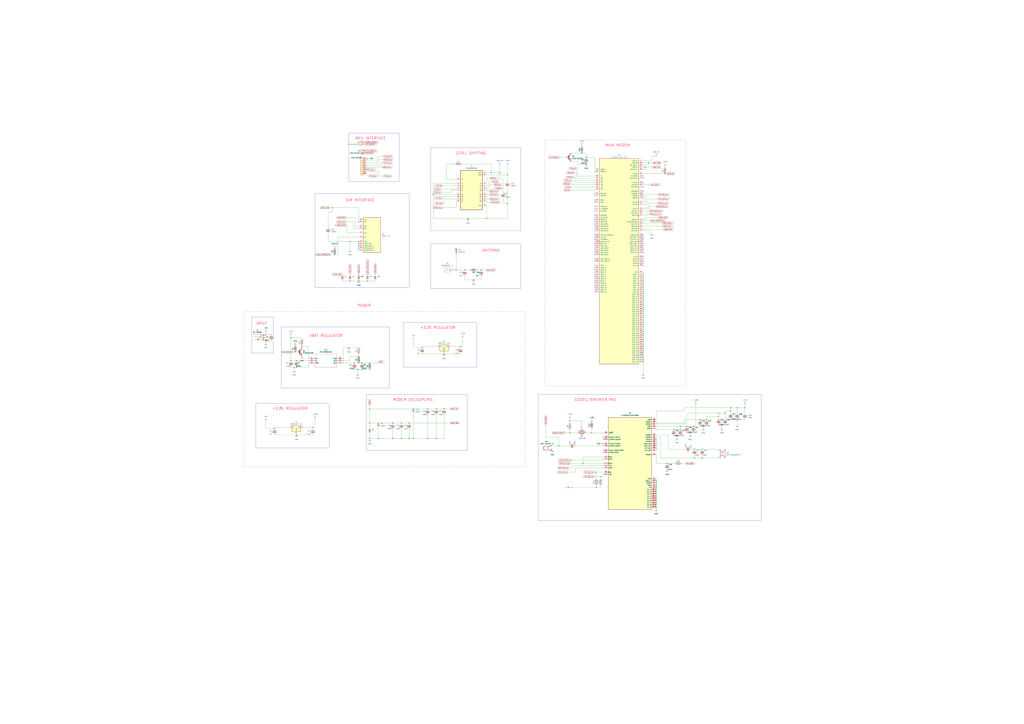
<source format=kicad_sch>
(kicad_sch (version 20231120) (generator "eeschema") (generator_version "8.0")
  (paper "A0")
  (junction (at 439.42 491.49))
  (junction (at 558.8 313.69))
  (junction (at 429.26 421.64))
  (junction (at 762 566.42))
  (junction (at 344.17 419.1))
  (junction (at 838.2 494.03))
  (junction (at 762 579.12))
  (junction (at 746.76 341.63))
  (junction (at 580.39 200.66))
  (junction (at 308.61 394.97))
  (junction (at 746.76 349.25))
  (junction (at 746.76 318.77))
  (junction (at 782.32 499.11))
  (junction (at 539.75 313.69))
  (junction (at 746.76 400.05))
  (junction (at 496.57 509.27))
  (junction (at 864.87 473.71))
  (junction (at 416.56 421.64))
  (junction (at 549.91 325.12))
  (junction (at 675.64 177.8))
  (junction (at 680.72 182.88))
  (junction (at 466.09 509.27))
  (junction (at 746.76 346.71))
  (junction (at 388.62 295.91))
  (junction (at 455.93 491.49))
  (junction (at 746.76 389.89))
  (junction (at 344.17 426.72))
  (junction (at 797.56 495.3))
  (junction (at 318.77 497.84))
  (junction (at 420.37 429.26))
  (junction (at 529.59 313.69))
  (junction (at 746.76 339.09))
  (junction (at 746.76 321.31))
  (junction (at 416.56 280.67))
  (junction (at 416.56 326.39))
  (junction (at 806.45 521.97))
  (junction (at 687.07 502.92))
  (junction (at 749.3 194.31))
  (junction (at 337.82 392.43))
  (junction (at 746.76 359.41))
  (junction (at 762 558.8))
  (junction (at 805.18 495.3))
  (junction (at 506.73 509.27))
  (junction (at 746.76 382.27))
  (junction (at 762 571.5))
  (junction (at 480.06 474.98))
  (junction (at 820.42 487.68))
  (junction (at 834.39 480.06))
  (junction (at 534.67 402.59))
  (junction (at 746.76 387.35))
  (junction (at 786.13 506.73))
  (junction (at 746.76 336.55))
  (junction (at 746.76 361.95))
  (junction (at 842.01 480.06))
  (junction (at 426.72 326.39))
  (junction (at 416.56 414.02))
  (junction (at 344.17 505.46))
  (junction (at 341.63 426.72))
  (junction (at 746.76 402.59))
  (junction (at 746.76 407.67))
  (junction (at 746.76 356.87))
  (junction (at 815.34 521.97))
  (junction (at 466.09 491.49))
  (junction (at 420.37 421.64))
  (junction (at 570.23 200.66))
  (junction (at 406.4 280.67))
  (junction (at 386.08 241.3))
  (junction (at 848.36 473.71))
  (junction (at 746.76 344.17))
  (junction (at 746.76 384.81))
  (junction (at 697.23 553.72))
  (junction (at 801.37 502.92))
  (junction (at 774.7 538.48))
  (junction (at 429.26 491.49))
  (junction (at 661.67 488.95))
  (junction (at 806.45 532.13))
  (junction (at 337.82 419.1))
  (junction (at 416.56 285.75))
  (junction (at 746.76 412.75))
  (junction (at 342.9 408.94))
  (junction (at 411.48 421.64))
  (junction (at 812.8 487.68))
  (junction (at 746.76 354.33))
  (junction (at 746.76 397.51))
  (junction (at 789.94 495.3))
  (junction (at 439.42 509.27))
  (junction (at 480.06 509.27))
  (junction (at 692.15 548.64))
  (junction (at 762 574.04))
  (junction (at 648.97 518.16))
  (junction (at 746.76 331.47))
  (junction (at 762 563.88))
  (junction (at 496.57 474.98))
  (junction (at 415.29 429.26))
  (junction (at 855.98 473.71))
  (junction (at 515.62 474.98))
  (junction (at 789.94 499.11))
  (junction (at 746.76 334.01))
  (junction (at 363.22 496.57))
  (junction (at 746.76 323.85))
  (junction (at 762 589.28))
  (junction (at 429.26 509.27))
  (junction (at 416.56 283.21))
  (junction (at 746.76 417.83))
  (junction (at 308.61 396.24))
  (junction (at 474.98 509.27))
  (junction (at 746.76 394.97))
  (junction (at 565.15 254))
  (junction (at 746.76 351.79))
  (junction (at 692.15 566.42))
  (junction (at 746.76 326.39))
  (junction (at 680.72 190.5))
  (junction (at 746.76 369.57))
  (junction (at 406.4 326.39))
  (junction (at 474.98 491.49))
  (junction (at 746.76 392.43))
  (junction (at 816.61 495.3))
  (junction (at 746.76 328.93))
  (junction (at 455.93 509.27))
  (junction (at 746.76 372.11))
  (junction (at 589.28 236.22))
  (junction (at 416.56 288.29))
  (junction (at 753.11 189.23))
  (junction (at 661.67 502.92))
  (junction (at 762 568.96))
  (junction (at 429.26 474.98))
  (junction (at 515.62 411.48))
  (junction (at 490.22 403.86))
  (junction (at 848.36 477.52))
  (junction (at 762 586.74))
  (junction (at 762 561.34))
  (junction (at 746.76 367.03))
  (junction (at 746.76 415.29))
  (junction (at 502.92 226.06))
  (junction (at 405.13 403.86))
  (junction (at 543.56 254))
  (junction (at 762 584.2))
  (junction (at 506.73 474.98))
  (junction (at 746.76 374.65))
  (junction (at 746.76 420.37))
  (junction (at 589.28 203.2))
  (junction (at 746.76 410.21))
  (junction (at 746.76 377.19))
  (junction (at 815.34 532.13))
  (junction (at 746.76 379.73))
  (junction (at 834.39 483.87))
  (junction (at 762 576.58))
  (junction (at 350.52 402.59))
  (junction (at 308.61 388.62))
  (junction (at 676.91 538.48))
  (junction (at 746.76 405.13))
  (junction (at 855.98 487.68))
  (junction (at 746.76 364.49))
  (junction (at 772.16 201.93))
  (junction (at 762 581.66))
  (no_connect (at 690.88 300.99))
  (no_connect (at 416.56 257.81))
  (no_connect (at 746.76 222.25))
  (no_connect (at 746.76 303.53))
  (no_connect (at 690.88 265.43))
  (no_connect (at 746.76 280.67))
  (no_connect (at 701.04 523.24))
  (no_connect (at 690.88 240.03))
  (no_connect (at 690.88 278.13))
  (no_connect (at 690.88 280.67))
  (no_connect (at 690.88 283.21))
  (no_connect (at 701.04 508))
  (no_connect (at 746.76 207.01))
  (no_connect (at 690.88 321.31))
  (no_connect (at 690.88 316.23))
  (no_connect (at 690.88 252.73))
  (no_connect (at 690.88 290.83))
  (no_connect (at 701.04 525.78))
  (no_connect (at 746.76 224.79))
  (no_connect (at 690.88 199.39))
  (no_connect (at 746.76 212.09))
  (no_connect (at 690.88 285.75))
  (no_connect (at 690.88 293.37))
  (no_connect (at 690.88 257.81))
  (no_connect (at 762 513.08))
  (no_connect (at 690.88 331.47))
  (no_connect (at 746.76 308.61))
  (no_connect (at 690.88 273.05))
  (no_connect (at 746.76 227.33))
  (no_connect (at 746.76 275.59))
  (no_connect (at 690.88 295.91))
  (no_connect (at 690.88 311.15))
  (no_connect (at 746.76 300.99))
  (no_connect (at 690.88 323.85))
  (no_connect (at 762 518.16))
  (no_connect (at 746.76 217.17))
  (no_connect (at 690.88 255.27))
  (no_connect (at 690.88 242.57))
  (no_connect (at 701.04 510.54))
  (no_connect (at 690.88 262.89))
  (no_connect (at 690.88 227.33))
  (no_connect (at 690.88 339.09))
  (no_connect (at 690.88 328.93))
  (no_connect (at 746.76 278.13))
  (no_connect (at 690.88 245.11))
  (no_connect (at 762 510.54))
  (no_connect (at 690.88 234.95))
  (no_connect (at 690.88 313.69))
  (no_connect (at 690.88 288.29))
  (no_connect (at 746.76 283.21))
  (no_connect (at 746.76 285.75))
  (no_connect (at 690.88 336.55))
  (no_connect (at 762 515.62))
  (no_connect (at 762 523.24))
  (no_connect (at 690.88 250.19))
  (no_connect (at 690.88 318.77))
  (no_connect (at 690.88 308.61))
  (no_connect (at 690.88 260.35))
  (no_connect (at 690.88 224.79))
  (no_connect (at 690.88 303.53))
  (no_connect (at 746.76 298.45))
  (no_connect (at 746.76 288.29))
  (no_connect (at 746.76 273.05))
  (no_connect (at 746.76 290.83))
  (no_connect (at 690.88 326.39))
  (no_connect (at 746.76 306.07))
  (no_connect (at 690.88 275.59))
  (no_connect (at 690.88 267.97))
  (no_connect (at 746.76 204.47))
  (no_connect (at 690.88 334.01))
  (no_connect (at 762 520.7))
  (no_connect (at 690.88 232.41))
  (no_connect (at 746.76 229.87))
  (no_connect (at 746.76 293.37))
  (polyline (pts (xy 447.04 379.73) (xy 326.39 379.73)))
  (polyline (pts (xy 326.39 450.85) (xy 354.33 450.85)))
  (polyline (pts (xy 283.21 542.29) (xy 609.6 542.29)) (stroke (width 0) (type dash_dot_dot) (color 255 38 65 1)))
  (wire (pts (xy 746.76 234.95) (xy 749.3 234.95)))
  (wire (pts (xy 308.61 392.43) (xy 308.61 394.97)))
  (wire (pts (xy 751.84 247.65) (xy 746.76 247.65)))
  (wire (pts (xy 502.92 226.06) (xy 502.92 254)))
  (wire (pts (xy 570.23 190.5) (xy 570.23 200.66)))
  (wire (pts (xy 746.76 377.19) (xy 746.76 379.73)))
  (polyline (pts (xy 450.85 379.73) (xy 452.12 379.73)))
  (wire (pts (xy 416.56 270.51) (xy 402.59 270.51)))
  (wire (pts (xy 565.15 200.66) (xy 570.23 200.66)))
  (wire (pts (xy 661.67 486.41) (xy 661.67 488.95)))
  (wire (pts (xy 381 271.78) (xy 381 280.67)))
  (wire (pts (xy 746.76 328.93) (xy 746.76 331.47)))
  (wire (pts (xy 795.02 521.97) (xy 775.97 521.97)))
  (wire (pts (xy 767.08 508) (xy 767.08 532.13)))
  (polyline (pts (xy 624.84 495.3) (xy 624.84 458.47)))
  (wire (pts (xy 848.36 473.71) (xy 848.36 477.52)))
  (wire (pts (xy 589.28 203.2) (xy 589.28 210.82)))
  (wire (pts (xy 750.57 245.11) (xy 750.57 242.57)))
  (wire (pts (xy 749.3 194.31) (xy 756.92 194.31)))
  (wire (pts (xy 337.82 392.43) (xy 350.52 392.43)))
  (wire (pts (xy 746.76 262.89) (xy 769.62 262.89)))
  (wire (pts (xy 429.26 491.49) (xy 439.42 491.49)))
  (wire (pts (xy 508 402.59) (xy 490.22 402.59)))
  (wire (pts (xy 806.45 529.59) (xy 806.45 532.13)))
  (wire (pts (xy 514.35 241.3) (xy 529.59 241.3)))
  (wire (pts (xy 762 499.11) (xy 762 497.84)))
  (wire (pts (xy 746.76 334.01) (xy 746.76 336.55)))
  (wire (pts (xy 795.02 492.76) (xy 762 492.76)))
  (wire (pts (xy 406.4 419.1) (xy 406.4 414.02)))
  (wire (pts (xy 746.76 369.57) (xy 746.76 372.11)))
  (wire (pts (xy 386.08 246.38) (xy 386.08 241.3)))
  (wire (pts (xy 416.56 421.64) (xy 411.48 421.64)))
  (wire (pts (xy 746.76 374.65) (xy 746.76 377.19)))
  (wire (pts (xy 666.75 212.09) (xy 690.88 212.09)))
  (wire (pts (xy 834.39 483.87) (xy 834.39 486.41)))
  (wire (pts (xy 855.98 480.06) (xy 855.98 473.71)))
  (wire (pts (xy 455.93 491.49) (xy 466.09 491.49)))
  (wire (pts (xy 746.76 326.39) (xy 746.76 328.93)))
  (wire (pts (xy 687.07 502.92) (xy 701.04 502.92)))
  (wire (pts (xy 439.42 189.23) (xy 425.45 189.23)))
  (wire (pts (xy 754.38 256.54) (xy 746.76 256.54)))
  (wire (pts (xy 746.76 410.21) (xy 746.76 412.75)))
  (polyline (pts (xy 604.52 335.28) (xy 604.52 283.21)))
  (wire (pts (xy 570.23 210.82) (xy 567.69 210.82)))
  (wire (pts (xy 812.8 495.3) (xy 816.61 495.3)))
  (wire (pts (xy 668.02 518.16) (xy 701.04 518.16)))
  (polyline (pts (xy 452.12 450.85) (xy 452.12 379.73)))
  (wire (pts (xy 308.61 396.24) (xy 314.96 396.24)))
  (wire (pts (xy 795.02 473.71) (xy 795.02 477.52)))
  (wire (pts (xy 518.16 190.5) (xy 528.32 190.5)))
  (wire (pts (xy 746.76 194.31) (xy 749.3 194.31)))
  (wire (pts (xy 444.5 185.42) (xy 439.42 185.42)))
  (wire (pts (xy 789.94 495.3) (xy 797.56 495.3)))
  (wire (pts (xy 746.76 316.23) (xy 746.76 318.77)))
  (wire (pts (xy 474.98 491.49) (xy 523.24 491.49)))
  (wire (pts (xy 746.76 214.63) (xy 754.38 214.63)))
  (wire (pts (xy 515.62 474.98) (xy 506.73 474.98)))
  (wire (pts (xy 524.51 223.52) (xy 524.51 220.98)))
  (wire (pts (xy 514.35 236.22) (xy 515.62 236.22)))
  (wire (pts (xy 746.76 354.33) (xy 746.76 356.87)))
  (wire (pts (xy 502.92 254) (xy 543.56 254)))
  (wire (pts (xy 746.76 382.27) (xy 746.76 384.81)))
  (wire (pts (xy 633.73 508) (xy 648.97 508)))
  (wire (pts (xy 746.76 245.11) (xy 750.57 245.11)))
  (wire (pts (xy 762 586.74) (xy 762 589.28)))
  (wire (pts (xy 664.21 213.36) (xy 664.21 214.63)))
  (wire (pts (xy 416.56 280.67) (xy 416.56 283.21)))
  (wire (pts (xy 746.76 356.87) (xy 746.76 359.41)))
  (wire (pts (xy 466.09 509.27) (xy 474.98 509.27)))
  (wire (pts (xy 864.87 480.06) (xy 864.87 473.71)))
  (wire (pts (xy 768.35 259.08) (xy 746.76 259.08)))
  (wire (pts (xy 506.73 509.27) (xy 515.62 509.27)))
  (wire (pts (xy 749.3 226.06) (xy 764.54 226.06)))
  (wire (pts (xy 566.42 228.6) (xy 565.15 228.6)))
  (wire (pts (xy 746.76 412.75) (xy 746.76 415.29)))
  (wire (pts (xy 406.4 280.67) (xy 416.56 280.67)))
  (wire (pts (xy 762 576.58) (xy 762 579.12)))
  (wire (pts (xy 466.09 499.11) (xy 466.09 509.27)))
  (wire (pts (xy 490.22 402.59) (xy 490.22 403.86)))
  (wire (pts (xy 474.98 509.27) (xy 480.06 509.27)))
  (wire (pts (xy 515.62 410.21) (xy 515.62 411.48)))
  (wire (pts (xy 350.52 401.32) (xy 350.52 402.59)))
  (wire (pts (xy 692.15 566.42) (xy 697.23 566.42)))
  (wire (pts (xy 480.06 394.97) (xy 480.06 403.86)))
  (wire (pts (xy 751.84 231.14) (xy 763.27 231.14)))
  (wire (pts (xy 589.28 236.22) (xy 589.28 218.44)))
  (wire (pts (xy 406.4 414.02) (xy 416.56 414.02)))
  (wire (pts (xy 438.15 421.64) (xy 429.26 421.64)))
  (wire (pts (xy 838.2 494.03) (xy 838.2 497.84)))
  (wire (pts (xy 416.56 262.89) (xy 412.75 262.89)))
  (wire (pts (xy 584.2 208.28) (xy 584.2 223.52)))
  (wire (pts (xy 543.56 254) (xy 565.15 254)))
  (wire (pts (xy 748.03 266.7) (xy 748.03 265.43)))
  (wire (pts (xy 529.59 295.91) (xy 529.59 313.69)))
  (wire (pts (xy 515.62 236.22) (xy 515.62 231.14)))
  (wire (pts (xy 662.94 187.96) (xy 670.56 187.96)))
  (wire (pts (xy 834.39 480.06) (xy 834.39 483.87)))
  (wire (pts (xy 558.8 313.69) (xy 563.88 313.69)))
  (polyline (pts (xy 500.38 267.97) (xy 604.52 267.97)))
  (polyline (pts (xy 425.45 458.47) (xy 510.54 458.47)))
  (wire (pts (xy 864.87 469.9) (xy 864.87 473.71)))
  (wire (pts (xy 746.76 349.25) (xy 746.76 351.79)))
  (wire (pts (xy 746.76 196.85) (xy 749.3 196.85)))
  (polyline (pts (xy 326.39 379.73) (xy 326.39 450.85)))
  (wire (pts (xy 518.16 190.5) (xy 518.16 208.28)))
  (wire (pts (xy 762 538.48) (xy 762 528.32)))
  (wire (pts (xy 665.48 205.74) (xy 668.02 205.74)))
  (wire (pts (xy 438.15 420.37) (xy 438.15 421.64)))
  (wire (pts (xy 855.98 487.68) (xy 855.98 494.03)))
  (wire (pts (xy 762 574.04) (xy 762 576.58)))
  (wire (pts (xy 661.67 488.95) (xy 661.67 491.49)))
  (polyline (pts (xy 604.52 267.97) (xy 604.52 171.45)))
  (wire (pts (xy 425.45 204.47) (xy 427.99 204.47)))
  (wire (pts (xy 515.62 231.14) (xy 529.59 231.14)))
  (wire (pts (xy 775.97 521.97) (xy 775.97 505.46)))
  (wire (pts (xy 756.92 271.78) (xy 754.38 271.78)))
  (wire (pts (xy 344.17 505.46) (xy 363.22 505.46)))
  (polyline (pts (xy 604.52 171.45) (xy 500.38 171.45)))
  (wire (pts (xy 756.92 186.69) (xy 746.76 186.69)))
  (wire (pts (xy 523.24 402.59) (xy 534.67 402.59)))
  (wire (pts (xy 762 581.66) (xy 762 584.2)))
  (wire (pts (xy 337.82 426.72) (xy 341.63 426.72)))
  (wire (pts (xy 754.38 240.03) (xy 754.38 242.57)))
  (wire (pts (xy 535.94 190.5) (xy 570.23 190.5)))
  (wire (pts (xy 753.11 189.23) (xy 756.92 189.23)))
  (wire (pts (xy 807.72 469.9) (xy 807.72 495.3)))
  (wire (pts (xy 308.61 388.62) (xy 308.61 389.89)))
  (wire (pts (xy 815.34 521.97) (xy 806.45 521.97)))
  (wire (pts (xy 762 568.96) (xy 762 571.5)))
  (wire (pts (xy 692.15 548.64) (xy 692.15 556.26)))
  (wire (pts (xy 746.76 364.49) (xy 746.76 367.03)))
  (wire (pts (xy 565.15 231.14) (xy 568.96 231.14)))
  (wire (pts (xy 439.42 199.39) (xy 425.45 199.39)))
  (polyline (pts (xy 283.21 542.29) (xy 283.21 361.95)) (stroke (width 0) (type dash_dot_dot) (color 255 38 65 1)))
  (wire (pts (xy 697.23 553.72) (xy 701.04 553.72)))
  (polyline (pts (xy 405.13 154.94) (xy 405.13 210.82)))
  (wire (pts (xy 502.92 213.36) (xy 502.92 226.06)))
  (wire (pts (xy 670.56 187.96) (xy 670.56 190.5)))
  (wire (pts (xy 565.15 254) (xy 589.28 254)))
  (wire (pts (xy 746.76 379.73) (xy 746.76 382.27)))
  (wire (pts (xy 441.96 191.77) (xy 425.45 191.77)))
  (wire (pts (xy 754.38 267.97) (xy 746.76 267.97)))
  (wire (pts (xy 515.62 474.98) (xy 523.24 474.98)))
  (wire (pts (xy 750.57 242.57) (xy 754.38 242.57)))
  (wire (pts (xy 670.56 190.5) (xy 680.72 190.5)))
  (wire (pts (xy 662.94 538.48) (xy 676.91 538.48)))
  (wire (pts (xy 392.43 295.91) (xy 392.43 275.59)))
  (polyline (pts (xy 468.63 426.72) (xy 553.72 426.72)))
  (wire (pts (xy 820.42 483.87) (xy 834.39 483.87)))
  (polyline (pts (xy 354.33 450.85) (xy 452.12 450.85)))
  (polyline (pts (xy 883.92 604.52) (xy 624.84 604.52)))
  (polyline (pts (xy 447.04 379.73) (xy 450.85 379.73)))
  (polyline (pts (xy 632.46 162.56) (xy 796.29 162.56)) (stroke (width 0) (type dash_dot_dot) (color 255 38 65 1)))
  (wire (pts (xy 751.84 250.19) (xy 751.84 248.92)))
  (wire (pts (xy 633.73 494.03) (xy 633.73 508)))
  (wire (pts (xy 795.02 477.52) (xy 762 477.52)))
  (wire (pts (xy 746.76 359.41) (xy 746.76 361.95)))
  (polyline (pts (xy 500.38 187.96) (xy 500.38 267.97)))
  (wire (pts (xy 567.69 210.82) (xy 567.69 215.9)))
  (polyline (pts (xy 463.55 154.94) (xy 463.55 210.82)))
  (wire (pts (xy 746.76 255.27) (xy 749.3 255.27)))
  (wire (pts (xy 388.62 295.91) (xy 392.43 295.91)))
  (wire (pts (xy 762 491.49) (xy 797.56 491.49)))
  (wire (pts (xy 746.76 415.29) (xy 746.76 417.83)))
  (wire (pts (xy 797.56 480.06) (xy 834.39 480.06)))
  (wire (pts (xy 775.97 505.46) (xy 762 505.46)))
  (wire (pts (xy 751.84 248.92) (xy 754.38 248.92)))
  (wire (pts (xy 666.75 200.66) (xy 669.29 200.66)))
  (wire (pts (xy 676.91 530.86) (xy 676.91 538.48)))
  (wire (pts (xy 669.29 200.66) (xy 669.29 207.01)))
  (wire (pts (xy 762 589.28) (xy 762 591.82)))
  (wire (pts (xy 566.42 226.06) (xy 566.42 228.6)))
  (wire (pts (xy 664.21 543.56) (xy 664.21 541.02)))
  (wire (pts (xy 746.76 256.54) (xy 746.76 257.81)))
  (wire (pts (xy 539.75 313.69) (xy 546.1 313.69)))
  (polyline (pts (xy 796.29 448.31) (xy 632.46 448.31)) (stroke (width 0) (type dash_dot_dot) (color 255 38 65 1)))
  (wire (pts (xy 762 491.49) (xy 762 490.22)))
  (wire (pts (xy 336.55 496.57) (xy 318.77 496.57)))
  (wire (pts (xy 529.59 313.69) (xy 528.32 313.69)))
  (wire (pts (xy 746.76 201.93) (xy 772.16 201.93)))
  (wire (pts (xy 746.76 400.05) (xy 746.76 402.59)))
  (wire (pts (xy 746.76 318.77) (xy 746.76 321.31)))
  (wire (pts (xy 565.15 219.71) (xy 572.77 219.71)))
  (polyline (pts (xy 632.46 448.31) (xy 632.46 162.56)) (stroke (width 0) (type dash_dot_dot) (color 255 38 65 1)))
  (wire (pts (xy 496.57 509.27) (xy 506.73 509.27)))
  (wire (pts (xy 529.59 241.3) (xy 529.59 233.68)))
  (wire (pts (xy 668.02 548.64) (xy 668.02 543.56)))
  (wire (pts (xy 753.11 191.77) (xy 753.11 189.23)))
  (wire (pts (xy 344.17 504.19) (xy 344.17 505.46)))
  (wire (pts (xy 589.28 191.77) (xy 589.28 203.2)))
  (wire (pts (xy 518.16 208.28) (xy 529.59 208.28)))
  (wire (pts (xy 429.26 509.27) (xy 429.26 510.54)))
  (wire (pts (xy 786.13 506.73) (xy 789.94 506.73)))
  (wire (pts (xy 690.88 182.88) (xy 690.88 196.85)))
  (wire (pts (xy 746.76 405.13) (xy 746.76 407.67)))
  (wire (pts (xy 795.02 487.68) (xy 812.8 487.68)))
  (polyline (pts (xy 468.63 426.72) (xy 468.63 374.65)))
  (wire (pts (xy 410.21 257.81) (xy 410.21 265.43)))
  (wire (pts (xy 570.23 234.95) (xy 565.15 234.95)))
  (wire (pts (xy 381 264.16) (xy 381 246.38)))
  (wire (pts (xy 680.72 177.8) (xy 680.72 182.88)))
  (wire (pts (xy 746.76 339.09) (xy 746.76 341.63)))
  (wire (pts (xy 416.56 411.48) (xy 416.56 414.02)))
  (wire (pts (xy 416.56 288.29) (xy 416.56 290.83)))
  (wire (pts (xy 416.56 285.75) (xy 416.56 288.29)))
  (wire (pts (xy 656.59 502.92) (xy 661.67 502.92)))
  (wire (pts (xy 438.15 186.69) (xy 425.45 186.69)))
  (wire (pts (xy 842.01 486.41) (xy 842.01 480.06)))
  (wire (pts (xy 466.09 491.49) (xy 474.98 491.49)))
  (wire (pts (xy 455.93 509.27) (xy 466.09 509.27)))
  (wire (pts (xy 701.04 534.67) (xy 701.04 533.4)))
  (wire (pts (xy 746.76 420.37) (xy 746.76 434.34)))
  (wire (pts (xy 797.56 495.3) (xy 805.18 495.3)))
  (wire (pts (xy 480.06 403.86) (xy 490.22 403.86)))
  (wire (pts (xy 746.76 417.83) (xy 746.76 420.37)))
  (wire (pts (xy 746.76 389.89) (xy 746.76 392.43)))
  (wire (pts (xy 565.15 217.17) (xy 565.15 218.44)))
  (polyline (pts (xy 552.45 374.65) (xy 468.63 374.65)))
  (wire (pts (xy 429.26 474.98) (xy 429.26 491.49)))
  (wire (pts (xy 661.67 502.92) (xy 661.67 499.11)))
  (wire (pts (xy 567.69 222.25) (xy 565.15 222.25)))
  (polyline (pts (xy 883.92 458.47) (xy 883.92 604.52)))
  (wire (pts (xy 662.94 220.98) (xy 690.88 220.98)))
  (wire (pts (xy 381 280.67) (xy 406.4 280.67)))
  (wire (pts (xy 411.48 421.64) (xy 398.78 421.64)))
  (wire (pts (xy 746.76 387.35) (xy 746.76 389.89)))
  (wire (pts (xy 749.3 241.3) (xy 753.11 241.3)))
  (wire (pts (xy 815.34 532.13) (xy 836.93 532.13)))
  (wire (pts (xy 748.03 266.7) (xy 770.89 266.7)))
  (wire (pts (xy 767.08 532.13) (xy 806.45 532.13)))
  (wire (pts (xy 565.15 222.25) (xy 565.15 226.06)))
  (wire (pts (xy 754.38 240.03) (xy 762 240.03)))
  (wire (pts (xy 308.61 394.97) (xy 308.61 396.24)))
  (polyline (pts (xy 500.38 335.28) (xy 604.52 335.28)))
  (wire (pts (xy 429.26 474.98) (xy 480.06 474.98)))
  (wire (pts (xy 365.76 486.41) (xy 365.76 496.57)))
  (polyline (pts (xy 297.18 520.7) (xy 297.18 468.63)))
  (wire (pts (xy 480.06 480.06) (xy 480.06 509.27)))
  (wire (pts (xy 580.39 208.28) (xy 584.2 208.28)))
  (wire (pts (xy 751.84 245.11) (xy 751.84 247.65)))
  (wire (pts (xy 344.17 419.1) (xy 358.14 419.1)))
  (wire (pts (xy 455.93 499.11) (xy 455.93 509.27)))
  (wire (pts (xy 439.42 496.57) (xy 439.42 509.27)))
  (wire (pts (xy 529.59 313.69) (xy 539.75 313.69)))
  (wire (pts (xy 572.77 218.44) (xy 574.04 218.44)))
  (wire (pts (xy 762 477.52) (xy 762 487.68)))
  (wire (pts (xy 648.97 518.16) (xy 641.35 518.16)))
  (wire (pts (xy 340.36 408.94) (xy 342.9 408.94)))
  (wire (pts (xy 801.37 502.92) (xy 805.18 502.92)))
  (wire (pts (xy 383.54 241.3) (xy 386.08 241.3)))
  (wire (pts (xy 746.76 336.55) (xy 746.76 339.09)))
  (wire (pts (xy 675.64 170.18) (xy 675.64 168.91)))
  (wire (pts (xy 746.76 367.03) (xy 746.76 369.57)))
  (wire (pts (xy 746.76 341.63) (xy 746.76 344.17)))
  (wire (pts (xy 749.3 252.73) (xy 764.54 252.73)))
  (wire (pts (xy 402.59 270.51) (xy 402.59 261.62)))
  (wire (pts (xy 565.15 207.01) (xy 568.96 207.01)))
  (polyline (pts (xy 542.29 523.24) (xy 542.29 458.47)))
  (wire (pts (xy 342.9 408.94) (xy 345.44 408.94)))
  (wire (pts (xy 665.48 566.42) (xy 692.15 566.42)))
  (wire (pts (xy 762 181.61) (xy 756.92 181.61)))
  (wire (pts (xy 511.81 219.71) (xy 529.59 219.71)))
  (wire (pts (xy 669.29 195.58) (xy 670.56 195.58)))
  (wire (pts (xy 664.21 541.02) (xy 701.04 541.02)))
  (wire (pts (xy 445.77 204.47) (xy 439.42 204.47)))
  (polyline (pts (xy 365.76 334.01) (xy 474.98 334.01)))
  (wire (pts (xy 834.39 494.03) (xy 838.2 494.03)))
  (wire (pts (xy 502.92 226.06) (xy 529.59 226.06)))
  (wire (pts (xy 749.3 196.85) (xy 749.3 194.31)))
  (polyline (pts (xy 425.45 523.24) (xy 542.29 523.24)))
  (wire (pts (xy 416.56 326.39) (xy 426.72 326.39)))
  (wire (pts (xy 668.02 543.56) (xy 701.04 543.56)))
  (wire (pts (xy 746.76 407.67) (xy 746.76 410.21)))
  (wire (pts (xy 746.76 189.23) (xy 753.11 189.23)))
  (wire (pts (xy 425.45 194.31) (xy 444.5 194.31)))
  (wire (pts (xy 692.15 566.42) (xy 692.15 563.88)))
  (wire (pts (xy 558.8 325.12) (xy 558.8 321.31)))
  (wire (pts (xy 412.75 252.73) (xy 402.59 252.73)))
  (wire (pts (xy 848.36 477.52) (xy 848.36 480.06)))
  (wire (pts (xy 381 246.38) (xy 386.08 246.38)))
  (polyline (pts (xy 500.38 171.45) (xy 500.38 187.96)))
  (wire (pts (xy 553.72 313.69) (xy 558.8 313.69)))
  (wire (pts (xy 834.39 480.06) (xy 842.01 480.06)))
  (wire (pts (xy 438.15 420.37) (xy 439.42 420.37)))
  (wire (pts (xy 670.56 204.47) (xy 690.88 204.47)))
  (wire (pts (xy 308.61 497.84) (xy 318.77 497.84)))
  (wire (pts (xy 806.45 532.13) (xy 815.34 532.13)))
  (wire (pts (xy 365.76 496.57) (xy 363.22 496.57)))
  (wire (pts (xy 801.37 502.92) (xy 801.37 505.46)))
  (wire (pts (xy 855.98 487.68) (xy 864.87 487.68)))
  (wire (pts (xy 746.76 242.57) (xy 749.3 242.57)))
  (wire (pts (xy 797.56 502.92) (xy 801.37 502.92)))
  (wire (pts (xy 392.43 275.59) (xy 416.56 275.59)))
  (polyline (pts (xy 553.72 426.72) (xy 553.72 374.65)))
  (wire (pts (xy 549.91 325.12) (xy 558.8 325.12)))
  (wire (pts (xy 308.61 398.78) (xy 308.61 396.24)))
  (wire (pts (xy 429.26 509.27) (xy 439.42 509.27)))
  (wire (pts (xy 406.4 326.39) (xy 416.56 326.39)))
  (wire (pts (xy 746.76 397.51) (xy 746.76 400.05)))
  (wire (pts (xy 539.75 321.31) (xy 539.75 325.12)))
  (wire (pts (xy 762 538.48) (xy 774.7 538.48)))
  (wire (pts (xy 383.54 295.91) (xy 388.62 295.91)))
  (wire (pts (xy 749.3 255.27) (xy 749.3 252.73)))
  (wire (pts (xy 650.24 182.88) (xy 657.86 182.88)))
  (wire (pts (xy 350.52 402.59) (xy 350.52 403.86)))
  (wire (pts (xy 762 561.34) (xy 762 563.88)))
  (wire (pts (xy 444.5 181.61) (xy 438.15 181.61)))
  (wire (pts (xy 515.62 228.6) (xy 529.59 228.6)))
  (wire (pts (xy 439.42 204.47) (xy 439.42 199.39)))
  (wire (pts (xy 772.16 194.31) (xy 772.16 193.04)))
  (wire (pts (xy 341.63 426.72) (xy 344.17 426.72)))
  (wire (pts (xy 515.62 509.27) (xy 515.62 482.6)))
  (wire (pts (xy 386.08 241.3) (xy 416.56 241.3)))
  (wire (pts (xy 664.21 209.55) (xy 666.75 209.55)))
  (polyline (pts (xy 609.6 361.95) (xy 283.21 361.95)) (stroke (width 0) (type dash_dot_dot) (color 255 38 65 1)))
  (wire (pts (xy 786.13 506.73) (xy 786.13 509.27)))
  (wire (pts (xy 480.06 474.98) (xy 496.57 474.98)))
  (wire (pts (xy 762 579.12) (xy 762 581.66)))
  (polyline (pts (xy 542.29 458.47) (xy 510.54 458.47)))
  (wire (pts (xy 746.76 402.59) (xy 746.76 405.13)))
  (wire (pts (xy 795.02 487.68) (xy 795.02 492.76)))
  (wire (pts (xy 565.15 219.71) (xy 565.15 220.98)))
  (wire (pts (xy 659.13 548.64) (xy 668.02 548.64)))
  (wire (pts (xy 568.96 214.63) (xy 572.77 214.63)))
  (polyline (pts (xy 500.38 283.21) (xy 500.38 335.28)))
  (wire (pts (xy 746.76 259.08) (xy 746.76 260.35)))
  (wire (pts (xy 318.77 505.46) (xy 344.17 505.46)))
  (wire (pts (xy 669.29 207.01) (xy 690.88 207.01)))
  (wire (pts (xy 664.21 534.67) (xy 701.04 534.67)))
  (wire (pts (xy 697.23 553.72) (xy 697.23 556.26)))
  (wire (pts (xy 308.61 386.08) (xy 308.61 388.62)))
  (wire (pts (xy 537.21 392.43) (xy 537.21 402.59)))
  (wire (pts (xy 589.28 254) (xy 589.28 236.22)))
  (wire (pts (xy 782.32 506.73) (xy 786.13 506.73)))
  (wire (pts (xy 405.13 403.86) (xy 416.56 403.86)))
  (wire (pts (xy 746.76 321.31) (xy 746.76 323.85)))
  (wire (pts (xy 746.76 361.95) (xy 746.76 364.49)))
  (wire (pts (xy 754.38 271.78) (xy 754.38 267.97)))
  (wire (pts (xy 358.14 402.59) (xy 358.14 416.56)))
  (polyline (pts (xy 624.84 604.52) (xy 624.84 495.3)))
  (polyline (pts (xy 609.6 542.29) (xy 609.6 361.95)) (stroke (width 0) (type dash_dot_dot) (color 255 38 65 1)))
  (wire (pts (xy 680.72 502.92) (xy 687.07 502.92)))
  (wire (pts (xy 429.26 491.49) (xy 429.26 496.57)))
  (wire (pts (xy 425.45 201.93) (xy 425.45 204.47)))
  (wire (pts (xy 782.32 499.11) (xy 789.94 499.11)))
  (wire (pts (xy 411.48 429.26) (xy 415.29 429.26)))
  (wire (pts (xy 697.23 566.42) (xy 697.23 563.88)))
  (wire (pts (xy 746.76 323.85) (xy 746.76 326.39)))
  (wire (pts (xy 661.67 543.56) (xy 664.21 543.56)))
  (wire (pts (xy 565.15 238.76) (xy 565.15 254)))
  (wire (pts (xy 662.94 177.8) (xy 675.64 177.8)))
  (wire (pts (xy 746.76 237.49) (xy 751.84 237.49)))
  (wire (pts (xy 648.97 508) (xy 648.97 518.16)))
  (polyline (pts (xy 382.27 520.7) (xy 382.27 468.63)))
  (wire (pts (xy 772.16 201.93) (xy 774.7 201.93)))
  (wire (pts (xy 690.88 220.98) (xy 690.88 219.71)))
  (wire (pts (xy 842.01 480.06) (xy 842.01 477.52)))
  (polyline (pts (xy 292.1 370.84) (xy 292.1 410.21)))
  (wire (pts (xy 344.17 426.72) (xy 358.14 426.72)))
  (wire (pts (xy 675.64 488.95) (xy 661.67 488.95)))
  (wire (pts (xy 398.78 419.1) (xy 406.4 419.1)))
  (wire (pts (xy 806.45 521.97) (xy 802.64 521.97)))
  (wire (pts (xy 429.26 504.19) (xy 429.26 509.27)))
  (wire (pts (xy 746.76 331.47) (xy 746.76 334.01)))
  (wire (pts (xy 341.63 430.53) (xy 341.63 426.72)))
  (wire (pts (xy 855.98 473.71) (xy 864.87 473.71)))
  (wire (pts (xy 572.77 219.71) (xy 572.77 218.44)))
  (wire (pts (xy 812.8 487.68) (xy 820.42 487.68)))
  (wire (pts (xy 415.29 429.26) (xy 420.37 429.26)))
  (wire (pts (xy 662.94 213.36) (xy 664.21 213.36)))
  (wire (pts (xy 308.61 488.95) (xy 308.61 497.84)))
  (wire (pts (xy 668.02 205.74) (xy 668.02 209.55)))
  (wire (pts (xy 416.56 241.3) (xy 416.56 255.27)))
  (wire (pts (xy 415.29 429.26) (xy 415.29 434.34)))
  (polyline (pts (xy 500.38 283.21) (xy 604.52 283.21)))
  (wire (pts (xy 438.15 181.61) (xy 438.15 186.69)))
  (wire (pts (xy 420.37 421.64) (xy 416.56 421.64)))
  (wire (pts (xy 797.56 480.06) (xy 797.56 491.49)))
  (wire (pts (xy 565.15 207.01) (xy 565.15 213.36)))
  (wire (pts (xy 584.2 236.22) (xy 589.28 236.22)))
  (wire (pts (xy 751.84 237.49) (xy 751.84 231.14)))
  (wire (pts (xy 749.3 242.57) (xy 749.3 241.3)))
  (wire (pts (xy 805.18 495.3) (xy 807.72 495.3)))
  (wire (pts (xy 815.34 529.59) (xy 815.34 532.13)))
  (wire (pts (xy 490.22 411.48) (xy 515.62 411.48)))
  (wire (pts (xy 753.11 236.22) (xy 763.27 236.22)))
  (wire (pts (xy 570.23 200.66) (xy 580.39 200.66)))
  (wire (pts (xy 690.88 553.72) (xy 697.23 553.72)))
  (wire (pts (xy 842.01 477.52) (xy 848.36 477.52)))
  (wire (pts (xy 441.96 189.23) (xy 441.96 191.77)))
  (wire (pts (xy 666.75 209.55) (xy 666.75 212.09)))
  (wire (pts (xy 337.82 419.1) (xy 344.17 419.1)))
  (polyline (pts (xy 463.55 210.82) (xy 405.13 210.82)))
  (wire (pts (xy 789.94 495.3) (xy 762 495.3)))
  (polyline (pts (xy 292.1 368.3) (xy 292.1 370.84)))
  (wire (pts (xy 789.94 495.3) (xy 789.94 499.11)))
  (wire (pts (xy 746.76 394.97) (xy 746.76 397.51)))
  (wire (pts (xy 398.78 416.56) (xy 398.78 403.86)))
  (wire (pts (xy 506.73 482.6) (xy 506.73 509.27)))
  (wire (pts (xy 662.94 217.17) (xy 690.88 217.17)))
  (wire (pts (xy 565.15 234.95) (xy 565.15 233.68)))
  (wire (pts (xy 318.77 496.57) (xy 318.77 497.84)))
  (wire (pts (xy 692.15 548.64) (xy 701.04 548.64)))
  (wire (pts (xy 762 571.5) (xy 762 574.04)))
  (wire (pts (xy 762 563.88) (xy 762 566.42)))
  (wire (pts (xy 749.3 234.95) (xy 749.3 226.06)))
  (wire (pts (xy 439.42 491.49) (xy 455.93 491.49)))
  (wire (pts (xy 502.92 213.36) (xy 529.59 213.36)))
  (wire (pts (xy 568.96 226.06) (xy 566.42 226.06)))
  (wire (pts (xy 675.64 177.8) (xy 680.72 177.8)))
  (wire (pts (xy 398.78 403.86) (xy 405.13 403.86)))
  (wire (pts (xy 660.4 518.16) (xy 648.97 518.16)))
  (wire (pts (xy 762 558.8) (xy 762 561.34)))
  (wire (pts (xy 429.26 471.17) (xy 429.26 474.98)))
  (wire (pts (xy 848.36 487.68) (xy 855.98 487.68)))
  (wire (pts (xy 337.82 392.43) (xy 337.82 419.1)))
  (wire (pts (xy 701.04 553.72) (xy 701.04 551.18)))
  (wire (pts (xy 410.21 265.43) (xy 416.56 265.43)))
  (polyline (pts (xy 474.98 224.79) (xy 365.76 224.79)))
  (wire (pts (xy 838.2 494.03) (xy 842.01 494.03)))
  (wire (pts (xy 746.76 372.11) (xy 746.76 374.65)))
  (wire (pts (xy 746.76 384.81) (xy 746.76 387.35)))
  (wire (pts (xy 774.7 538.48) (xy 783.59 538.48)))
  (wire (pts (xy 687.07 497.84) (xy 687.07 502.92)))
  (wire (pts (xy 539.75 325.12) (xy 549.91 325.12)))
  (wire (pts (xy 529.59 219.71) (xy 529.59 218.44)))
  (wire (pts (xy 506.73 474.98) (xy 496.57 474.98)))
  (wire (pts (xy 514.35 229.87) (xy 515.62 229.87)))
  (polyline (pts (xy 474.98 334.01) (xy 474.98 224.79)))
  (wire (pts (xy 762 584.2) (xy 762 586.74)))
  (wire (pts (xy 568.96 217.17) (xy 568.96 214.63)))
  (polyline (pts (xy 425.45 458.47) (xy 425.45 523.24)))
  (wire (pts (xy 584.2 231.14) (xy 584.2 236.22)))
  (wire (pts (xy 762 508) (xy 767.08 508)))
  (wire (pts (xy 762 499.11) (xy 782.32 499.11)))
  (wire (pts (xy 412.75 252.73) (xy 412.75 262.89)))
  (wire (pts (xy 308.61 388.62) (xy 314.96 388.62)))
  (wire (pts (xy 816.61 495.3) (xy 816.61 497.84)))
  (wire (pts (xy 795.02 473.71) (xy 848.36 473.71)))
  (wire (pts (xy 815.34 521.97) (xy 836.93 521.97)))
  (polyline (pts (xy 317.5 410.21) (xy 317.5 368.3)))
  (wire (pts (xy 664.21 214.63) (xy 690.88 214.63)))
  (wire (pts (xy 680.72 182.88) (xy 690.88 182.88)))
  (wire (pts (xy 762 566.42) (xy 762 568.96)))
  (polyline (pts (xy 292.1 410.21) (xy 317.5 410.21)))
  (wire (pts (xy 661.67 502.92) (xy 670.56 502.92)))
  (wire (pts (xy 350.52 392.43) (xy 350.52 393.7)))
  (wire (pts (xy 416.56 283.21) (xy 416.56 285.75)))
  (polyline (pts (xy 365.76 224.79) (xy 365.76 233.68)))
  (wire (pts (xy 580.39 200.66) (xy 580.39 208.28)))
  (wire (pts (xy 363.22 496.57) (xy 363.22 497.84)))
  (polyline (pts (xy 317.5 368.3) (xy 292.1 368.3)))
  (wire (pts (xy 816.61 495.3) (xy 820.42 495.3)))
  (wire (pts (xy 426.72 326.39) (xy 435.61 326.39)))
  (wire (pts (xy 420.37 429.26) (xy 429.26 429.26)))
  (polyline (pts (xy 405.13 154.94) (xy 463.55 154.94)))
  (wire (pts (xy 474.98 509.27) (xy 474.98 499.11)))
  (wire (pts (xy 480.06 509.27) (xy 496.57 509.27)))
  (wire (pts (xy 351.79 496.57) (xy 363.22 496.57)))
  (wire (pts (xy 358.14 402.59) (xy 350.52 402.59)))
  (wire (pts (xy 690.88 548.64) (xy 692.15 548.64)))
  (wire (pts (xy 513.08 215.9) (xy 529.59 215.9)))
  (wire (pts (xy 406.4 280.67) (xy 406.4 290.83)))
  (wire (pts (xy 439.42 185.42) (xy 439.42 189.23)))
  (polyline (pts (xy 796.29 448.31) (xy 796.29 162.56)) (stroke (width 0) (type dash_dot_dot) (color 255 38 65 1)))
  (wire (pts (xy 754.38 245.11) (xy 751.84 245.11)))
  (wire (pts (xy 848.36 473.71) (xy 855.98 473.71)))
  (wire (pts (xy 524.51 220.98) (xy 529.59 220.98)))
  (wire (pts (xy 567.69 215.9) (xy 565.15 215.9)))
  (wire (pts (xy 397.51 326.39) (xy 406.4 326.39)))
  (wire (pts (xy 670.56 195.58) (xy 670.56 204.47)))
  (wire (pts (xy 537.21 402.59) (xy 534.67 402.59)))
  (wire (pts (xy 565.15 203.2) (xy 589.28 203.2)))
  (wire (pts (xy 565.15 217.17) (xy 568.96 217.17)))
  (wire (pts (xy 358.14 426.72) (xy 358.14 421.64)))
  (wire (pts (xy 753.11 241.3) (xy 753.11 236.22)))
  (wire (pts (xy 402.59 257.81) (xy 410.21 257.81)))
  (wire (pts (xy 534.67 402.59) (xy 534.67 403.86)))
  (polyline (pts (xy 297.18 520.7) (xy 382.27 520.7)))
  (wire (pts (xy 511.81 223.52) (xy 524.51 223.52)))
  (wire (pts (xy 791.21 538.48) (xy 796.29 538.48)))
  (wire (pts (xy 675.64 495.3) (xy 675.64 488.95)))
  (wire (pts (xy 756.92 181.61) (xy 756.92 186.69)))
  (wire (pts (xy 515.62 411.48) (xy 534.67 411.48)))
  (wire (pts (xy 441.96 189.23) (xy 444.5 189.23)))
  (wire (pts (xy 746.76 351.79) (xy 746.76 354.33)))
  (wire (pts (xy 337.82 389.89) (xy 337.82 392.43)))
  (wire (pts (xy 676.91 538.48) (xy 701.04 538.48)))
  (polyline (pts (xy 365.76 233.68) (xy 365.76 334.01)))
  (wire (pts (xy 429.26 421.64) (xy 420.37 421.64)))
  (wire (pts (xy 746.76 346.71) (xy 746.76 349.25)))
  (polyline (pts (xy 381 468.63) (xy 297.18 468.63)))
  (polyline (pts (xy 624.84 458.47) (xy 883.92 458.47)))
  (wire (pts (xy 762 556.26) (xy 762 558.8)))
  (wire (pts (xy 748.03 265.43) (xy 746.76 265.43)))
  (wire (pts (xy 668.02 209.55) (xy 690.88 209.55)))
  (wire (pts (xy 746.76 344.17) (xy 746.76 346.71)))
  (wire (pts (xy 820.42 487.68) (xy 820.42 483.87)))
  (wire (pts (xy 580.39 191.77) (xy 580.39 200.66)))
  (wire (pts (xy 439.42 509.27) (xy 455.93 509.27)))
  (wire (pts (xy 746.76 191.77) (xy 753.11 191.77)))
  (wire (pts (xy 746.76 250.19) (xy 751.84 250.19)))
  (wire (pts (xy 701.04 530.86) (xy 676.91 530.86)))
  (wire (pts (xy 515.62 229.87) (xy 515.62 228.6)))
  (wire (pts (xy 746.76 392.43) (xy 746.76 394.97)))
  (wire (pts (xy 496.57 482.6) (xy 496.57 509.27)))
  (text "SIM INTERFACE\n" (at 418.338 232.664 0) (effects (font (size 3 3) (thickness 0.254) (bold yes))))
  (text "MODEM DECOUPLING" (at 479.298 464.566 0) (effects (font (size 3 3) (thickness 0.254) (bold yes))))
  (text "LEVEL SHIFTING" (at 546.608 178.054 0) (effects (font (size 3 3) (thickness 0.254) (bold yes))))
  (text "+3.3V REGULATOR\n" (at 508.254 380.746 0) (effects (font (size 3 3) (thickness 0.254) (bold yes))))
  (text "POWER" (at 422.91 355.092 0) (effects (font (size 3 3) (thickness 0.254) (bold yes))))
  (text "+1.8V REGULATOR\n" (at 336.804 474.726 0) (effects (font (size 3 3) (thickness 0.254) (bold yes))))
  (text "MCU INTERFACE" (at 430.276 160.782 0) (effects (font (size 3 3) (thickness 0.254) (bold yes))))
  (text "MAIN MODEM" (at 717.042 168.91 0) (effects (font (size 3 3) (thickness 0.254) (bold yes))))
  (text "VBAT REGULATOR\n" (at 378.46 390.144 0) (effects (font (size 3 3) (thickness 0.254) (bold yes))))
  (text "CODEC/SPEAKER/MIC\n" (at 691.642 464.566 0) (effects (font (size 3 3) (thickness 0.254) (bold yes))))
  (text "INPUT" (at 303.53 375.92 0) (effects (font (size 3 3) (thickness 0.254) (bold yes))))
  (text "ANTENNA" (at 569.976 291.084 0) (effects (font (size 3 3) (thickness 0.254) (bold yes))))
  (global_label "CTS_ec" (shape output) (at 665.48 205.74 180) (property "Intersheetrefs" "${INTERSHEET_REFS}" (effects (hide yes))))
  (global_label "ring_mcu" (shape input) (at 444.5 181.61 0) (property "Intersheetrefs" "${INTERSHEET_REFS}" (effects (hide yes))))
  (global_label "I2C_SCL_ec" (shape input) (at 690.88 548.64 180) (property "Intersheetrefs" "${INTERSHEET_REFS}" (effects (hide yes))))
  (global_label "DTR_ec" (shape input) (at 662.94 213.36 180) (property "Intersheetrefs" "${INTERSHEET_REFS}" (effects (hide yes))))
  (global_label "USIM_CLK" (shape output) (at 769.62 262.89 0) (property "Intersheetrefs" "${INTERSHEET_REFS}" (effects (hide yes))))
  (global_label "VBAT_BB" (shape input) (at 756.92 189.23 0) (property "Intersheetrefs" "${INTERSHEET_REFS}" (effects (hide yes))))
  (global_label "DTR_mcu" (shape output) (at 425.45 196.85 0) (property "Intersheetrefs" "${INTERSHEET_REFS}" (effects (hide yes))))
  (global_label "USIM_DATA" (shape bidirectional) (at 435.61 318.77 90) (property "Intersheetrefs" "${INTERSHEET_REFS}" (effects (hide yes))))
  (global_label "DCD_ec" (shape input) (at 572.77 214.63 0) (property "Intersheetrefs" "${INTERSHEET_REFS}" (effects (hide yes))))
  (global_label "USIM_PRESENCE" (shape input) (at 754.38 256.54 0) (property "Intersheetrefs" "${INTERSHEET_REFS}" (effects (hide yes))))
  (global_label "TX_ec" (shape input) (at 511.81 219.71 180) (property "Intersheetrefs" "${INTERSHEET_REFS}" (effects (hide yes))))
  (global_label "USIM_PRESENCE" (shape output) (at 426.72 318.77 90) (property "Intersheetrefs" "${INTERSHEET_REFS}" (effects (hide yes))))
  (global_label "VBAT" (shape output) (at 439.42 420.37 0) (property "Intersheetrefs" "${INTERSHEET_REFS}" (effects (hide yes))))
  (global_label "PCM_OUT_ec" (shape input) (at 661.67 543.56 180) (property "Intersheetrefs" "${INTERSHEET_REFS}" (effects (hide yes))))
  (global_label "TX_mcu" (shape output) (at 445.77 204.47 0) (property "Intersheetrefs" "${INTERSHEET_REFS}" (effects (hide yes))))
  (global_label "I2C_SDA_ec" (shape bidirectional) (at 690.88 553.72 180) (property "Intersheetrefs" "${INTERSHEET_REFS}" (effects (hide yes))))
  (global_label "CTS_ec" (shape input) (at 570.23 210.82 0) (property "Intersheetrefs" "${INTERSHEET_REFS}" (effects (hide yes))))
  (global_label "PCM_SYNC_ec" (shape input) (at 664.21 534.67 180) (property "Intersheetrefs" "${INTERSHEET_REFS}" (effects (hide yes))))
  (global_label "USIM_RST" (shape input) (at 406.4 318.77 90) (property "Intersheetrefs" "${INTERSHEET_REFS}" (effects (hide yes))))
  (global_label "USIM_DATA" (shape bidirectional) (at 402.59 261.62 180) (property "Intersheetrefs" "${INTERSHEET_REFS}" (effects (hide yes))))
  (global_label "USIM_VDD" (shape input) (at 383.54 241.3 180) (property "Intersheetrefs" "${INTERSHEET_REFS}" (effects (hide yes))))
  (global_label "PCM_CLK_ec" (shape output) (at 754.38 248.92 0) (property "Intersheetrefs" "${INTERSHEET_REFS}" (effects (hide yes))))
  (global_label "USIM_CLK" (shape input) (at 416.56 318.77 90) (property "Intersheetrefs" "${INTERSHEET_REFS}" (effects (hide yes))))
  (global_label "STATUS" (shape output) (at 425.45 177.8 0) (property "Intersheetrefs" "${INTERSHEET_REFS}" (effects (hide yes))))
  (global_label "USIM_RST" (shape input) (at 402.59 252.73 180) (property "Intersheetrefs" "${INTERSHEET_REFS}" (effects (hide yes))))
  (global_label "CTS_mcu" (shape input) (at 444.5 189.23 0) (property "Intersheetrefs" "${INTERSHEET_REFS}" (effects (hide yes))))
  (global_label "ant_main" (shape bidirectional) (at 754.38 214.63 0) (property "Intersheetrefs" "${INTERSHEET_REFS}" (effects (hide yes))))
  (global_label "VBAT" (shape input) (at 429.26 471.17 90) (property "Intersheetrefs" "${INTERSHEET_REFS}" (effects (hide yes))))
  (global_label "RX_ec" (shape input) (at 662.94 220.98 180) (property "Intersheetrefs" "${INTERSHEET_REFS}" (effects (hide yes))))
  (global_label "PCM_OUT_ec" (shape output) (at 762 240.03 0) (property "Intersheetrefs" "${INTERSHEET_REFS}" (effects (hide yes))))
  (global_label "USIM_DATA" (shape bidirectional) (at 768.35 259.08 0) (property "Intersheetrefs" "${INTERSHEET_REFS}" (effects (hide yes))))
  (global_label "RTS_ec" (shape input) (at 664.21 209.55 180) (property "Intersheetrefs" "${INTERSHEET_REFS}" (effects (hide yes))))
  (global_label "VBAT_BB" (shape output) (at 523.24 491.49 0) (property "Intersheetrefs" "${INTERSHEET_REFS}" (effects (hide yes))))
  (global_label "TX_mcu" (shape input) (at 514.35 229.87 180) (property "Intersheetrefs" "${INTERSHEET_REFS}" (effects (hide yes))))
  (global_label "PCM_SYNC_ec" (shape output) (at 754.38 245.11 0) (property "Intersheetrefs" "${INTERSHEET_REFS}" (effects (hide yes))))
  (global_label "RX_mcu" (shape input) (at 427.99 204.47 0) (property "Intersheetrefs" "${INTERSHEET_REFS}" (effects (hide yes))))
  (global_label "CTS_mcu" (shape output) (at 568.96 226.06 0) (property "Intersheetrefs" "${INTERSHEET_REFS}" (effects (hide yes))))
  (global_label "ring_mcu" (shape output) (at 570.23 234.95 0) (property "Intersheetrefs" "${INTERSHEET_REFS}" (effects (hide yes))))
  (global_label "RX_mcu" (shape output) (at 514.35 236.22 180) (property "Intersheetrefs" "${INTERSHEET_REFS}" (effects (hide yes))))
  (global_label "ring_ec" (shape input) (at 574.04 218.44 0) (property "Intersheetrefs" "${INTERSHEET_REFS}" (effects (hide yes))))
  (global_label "VBAT_RF" (shape output) (at 523.24 474.98 0) (property "Intersheetrefs" "${INTERSHEET_REFS}" (effects (hide yes))))
  (global_label "EC_PWRKEY" (shape input) (at 650.24 182.88 180) (property "Intersheetrefs" "${INTERSHEET_REFS}" (effects (hide yes))))
  (global_label "TX_ec" (shape output) (at 662.94 217.17 180) (property "Intersheetrefs" "${INTERSHEET_REFS}" (effects (hide yes))))
  (global_label "DCD_mcu" (shape output) (at 568.96 231.14 0) (property "Intersheetrefs" "${INTERSHEET_REFS}" (effects (hide yes))))
  (global_label "DCD_mcu" (shape input) (at 444.5 185.42 0) (property "Intersheetrefs" "${INTERSHEET_REFS}" (effects (hide yes))))
  (global_label "DCD_ec" (shape output) (at 666.75 200.66 180) (property "Intersheetrefs" "${INTERSHEET_REFS}" (effects (hide yes))))
  (global_label "PCM_IN_ec" (shape output) (at 659.13 548.64 180) (property "Intersheetrefs" "${INTERSHEET_REFS}" (effects (hide yes))))
  (global_label "RTS_mcu" (shape output) (at 444.5 194.31 0) (property "Intersheetrefs" "${INTERSHEET_REFS}" (effects (hide yes))))
  (global_label "PCM_IN_ec" (shape input) (at 763.27 236.22 0) (property "Intersheetrefs" "${INTERSHEET_REFS}" (effects (hide yes))))
  (global_label "PCM_CLK_ec" (shape input) (at 662.94 538.48 180) (property "Intersheetrefs" "${INTERSHEET_REFS}" (effects (hide yes))))
  (global_label "USIM_VDD" (shape output) (at 764.54 252.73 0) (property "Intersheetrefs" "${INTERSHEET_REFS}" (effects (hide yes))))
  (global_label "ring_ec" (shape output) (at 669.29 195.58 180) (property "Intersheetrefs" "${INTERSHEET_REFS}" (effects (hide yes))))
  (global_label "ant_main" (shape bidirectional) (at 563.88 313.69 0) (property "Intersheetrefs" "${INTERSHEET_REFS}" (effects (hide yes))))
  (global_label "RX_ec" (shape output) (at 513.08 215.9 180) (property "Intersheetrefs" "${INTERSHEET_REFS}" (effects (hide yes))))
  (global_label "RTS_ec" (shape output) (at 568.96 207.01 0) (property "Intersheetrefs" "${INTERSHEET_REFS}" (effects (hide yes))))
  (global_label "CODEC_RESET" (shape input) (at 656.59 502.92 180) (property "Intersheetrefs" "${INTERSHEET_REFS}" (effects (hide yes))))
  (global_label "VBAT_RF" (shape input) (at 756.92 194.31 0) (property "Intersheetrefs" "${INTERSHEET_REFS}" (effects (hide yes))))
  (global_label "USIM_CLK" (shape input) (at 402.59 257.81 180) (property "Intersheetrefs" "${INTERSHEET_REFS}" (effects (hide yes))))
  (global_label "USIM_VDD" (shape input) (at 397.51 318.77 180) (property "Intersheetrefs" "${INTERSHEET_REFS}" (effects (hide yes))))
  (global_label "USIM_PRESENCE" (shape output) (at 383.54 295.91 180) (property "Intersheetrefs" "${INTERSHEET_REFS}" (effects (hide yes))))
  (global_label "EC_PWRKEY" (shape output) (at 424.18 167.64 0) (property "Intersheetrefs" "${INTERSHEET_REFS}" (effects (hide yes))))
  (global_label "CODEC_RESET" (shape output) (at 424.18 165.1 0) (property "Intersheetrefs" "${INTERSHEET_REFS}" (effects (hide yes))))
  (global_label "EC_PWR_EN" (shape output) (at 425.45 175.26 0) (property "Intersheetrefs" "${INTERSHEET_REFS}" (effects (hide yes))))
  (global_label "EC_PWR_EN" (shape input) (at 340.36 408.94 180) (property "Intersheetrefs" "${INTERSHEET_REFS}" (effects (hide yes))))
  (global_label "I2C_SCL_ec" (shape output) (at 764.54 226.06 0) (property "Intersheetrefs" "${INTERSHEET_REFS}" (effects (hide yes))))
  (global_label "USIM_RST" (shape output) (at 770.89 266.7 0) (property "Intersheetrefs" "${INTERSHEET_REFS}" (effects (hide yes))))
  (global_label "DTR_ec" (shape output) (at 511.81 223.52 180) (property "Intersheetrefs" "${INTERSHEET_REFS}" (effects (hide yes))))
  (global_label "RTS_mcu" (shape input) (at 567.69 222.25 0) (property "Intersheetrefs" "${INTERSHEET_REFS}" (effects (hide yes))))
  (global_label "STATUS" (shape output) (at 774.7 201.93 0) (property "Intersheetrefs" "${INTERSHEET_REFS}" (effects (hide yes))))
  (global_label "I2C_SDA_ec" (shape bidirectional) (at 763.27 231.14 0) (property "Intersheetrefs" "${INTERSHEET_REFS}" (effects (hide yes))))
  (global_label "MIC_BIAS" (shape output) (at 796.29 538.48 0) (property "Intersheetrefs" "${INTERSHEET_REFS}" (effects (hide yes))))
  (global_label "DTR_mcu" (shape input) (at 514.35 241.3 180) (property "Intersheetrefs" "${INTERSHEET_REFS}" (effects (hide yes))))
  (global_label "MIC_BIAS" (shape input) (at 633.73 494.03 90) (property "Intersheetrefs" "${INTERSHEET_REFS}" (effects (hide yes))))
  (symbol (lib_id "Device:R") (at 787.4 538.48 90) (unit 1)
    (property "Reference" "R15" (at 787.4 535.686 90))
    (property "Value" "2.2k" (at 787.4 538.48 90))
    (property "Footprint" "Capacitor_SMD:C_0805_2012Metric_Pad1.18x1.45mm_HandSolder" (effects (hide yes)))
    (property "Description" "Resistor" (effects (hide yes)))
  )
  (symbol (lib_id "power:+3.3V") (at 772.16 193.04 0) (unit 1)
    (property "Reference" "#PWR035" (effects (hide yes)))
    (property "Value" "+3.3V" (at 772.16 187.96 0))
    (property "Description" "Power symbol creates a global label with name \"+3.3V\"" (effects (hide yes)))
  )
  (symbol (lib_id "Device:C") (at 466.09 495.3 0) (unit 1)
    (property "Reference" "C11" (at 460.248 494.284 0) (effects (justify left)))
    (property "Value" "33pf" (at 459.994 498.094 0) (effects (justify left)))
    (property "Footprint" "Capacitor_SMD:C_0805_2012Metric_Pad1.18x1.45mm_HandSolder" (effects (hide yes)))
    (property "Description" "Unpolarized capacitor" (effects (hide yes)))
  )
  (symbol (lib_id "Device:C") (at 337.82 422.91 0) (unit 1)
    (property "Reference" "C3" (at 331.978 421.894 0) (effects (justify left)))
    (property "Value" "470uf" (at 331.724 425.704 0) (effects (justify left)))
    (property "Footprint" "Capacitor_SMD:C_0805_2012Metric_Pad1.18x1.45mm_HandSolder" (effects (hide yes)))
    (property "Description" "Unpolarized capacitor" (effects (hide yes)))
  )
  (symbol (lib_id "power:GND") (at 746.76 434.34 0) (unit 1)
    (property "Reference" "#PWR031" (effects (hide yes)))
    (property "Value" "GND" (at 746.76 439.42 0))
    (property "Description" "Power symbol creates a global label with name \"GND\" , ground" (effects (hide yes)))
  )
  (symbol (lib_id "power:+3.3V") (at 480.06 394.97 0) (unit 1)
    (property "Reference" "#PWR017" (effects (hide yes)))
    (property "Value" "+5V" (at 480.06 389.89 0))
    (property "Description" "Power symbol creates a global label with name \"+3.3V\"" (effects (hide yes)))
  )
  (symbol (lib_id "power:GND") (at 549.91 325.12 0) (unit 1)
    (property "Reference" "#PWR021" (effects (hide yes)))
    (property "Value" "GND" (at 549.91 330.2 0))
    (property "Description" "Power symbol creates a global label with name \"GND\" , ground" (effects (hide yes)))
  )
  (symbol (lib_id "Device:C") (at 797.56 499.11 0) (unit 1)
    (property "Reference" "C28" (at 799.338 496.57 0) (effects (justify left)))
    (property "Value" "100nf" (at 798.322 502.158 0) (effects (justify left)))
    (property "Footprint" "Capacitor_SMD:C_0402_1005Metric_Pad0.74x0.62mm_HandSolder" (effects (hide yes)))
    (property "Description" "Unpolarized capacitor" (effects (hide yes)))
  )
  (symbol (lib_id "Connector_Generic:Conn_01x08") (at 420.37 191.77 0) (mirror y) (unit 1)
    (property "Reference" "J4" (at 420.37 177.8 0))
    (property "Value" "Conn_01x08" (at 413.512 183.134 0))
    (property "Footprint" "Connector_PinHeader_2.54mm:PinHeader_1x08_P2.54mm_Vertical" (effects (hide yes)))
    (property "Description" "Generic connector, single row, 01x08, script generated (kicad-library-utils/schlib/autogen/connector/)" (effects (hide yes)))
  )
  (symbol (lib_id "Device:C") (at 798.83 521.97 90) (unit 1)
    (property "Reference" "C29" (at 796.29 520.192 0) (effects (justify left)))
    (property "Value" "22uf" (at 801.878 521.208 0) (effects (justify left)))
    (property "Footprint" "Capacitor_SMD:C_0805_2012Metric_Pad1.18x1.45mm_HandSolder" (effects (hide yes)))
    (property "Description" "Unpolarized capacitor" (effects (hide yes)))
  )
  (symbol (lib_id "power:GND") (at 774.7 546.1 0) (unit 1)
    (property "Reference" "#PWR036" (effects (hide yes)))
    (property "Value" "GND" (at 774.7 551.18 0))
    (property "Description" "Power symbol creates a global label with name \"GND\" , ground" (effects (hide yes)))
  )
  (symbol (lib_id "power:GND") (at 680.72 190.5 0) (unit 1)
    (property "Reference" "#PWR028" (effects (hide yes)))
    (property "Value" "GND" (at 680.72 195.58 0))
    (property "Description" "Power symbol creates a global label with name \"GND\" , ground" (effects (hide yes)))
  )
  (symbol (lib_id "Device:Antenna") (at 529.59 290.83 0) (unit 1)
    (property "Reference" "AE1" (at 532.13 290.1949 0) (effects (justify left)))
    (property "Value" "Antenna" (at 532.13 292.7349 0) (effects (justify left)))
    (property "Description" "Antenna" (effects (hide yes)))
  )
  (symbol (lib_id "Device:C_Polarized_Small_US") (at 480.06 477.52 0) (unit 1)
    (property "Reference" "C13" (at 482.6 475.8181 0) (effects (justify left)))
    (property "Value" "100uf" (at 482.6 478.3581 0) (effects (justify left)))
    (property "Footprint" "Capacitor_SMD:C_0805_2012Metric_Pad1.18x1.45mm_HandSolder" (effects (hide yes)))
    (property "Description" "Polarized capacitor, small US symbol" (effects (hide yes)))
  )
  (symbol (lib_id "Device:R") (at 549.91 313.69 270) (unit 1)
    (property "Reference" "R8" (at 549.91 316.484 90))
    (property "Value" "0R" (at 549.91 313.69 90))
    (property "Footprint" "Capacitor_SMD:C_0805_2012Metric_Pad1.18x1.45mm_HandSolder" (effects (hide yes)))
    (property "Description" "Resistor" (effects (hide yes)))
  )
  (symbol (lib_id "Device:R") (at 350.52 397.51 180) (unit 1)
    (property "Reference" "R2" (at 347.726 397.51 90))
    (property "Value" "51k" (at 350.52 397.51 90))
    (property "Footprint" "Capacitor_SMD:C_0805_2012Metric_Pad1.18x1.45mm_HandSolder" (effects (hide yes)))
    (property "Description" "Resistor" (effects (hide yes)))
  )
  (symbol (lib_id "symbols:2016504-1") (at 528.32 313.69 180) (unit 1)
    (property "Reference" "J6" (at 519.43 306.07 0) (effects (font (size 1.524 1.524))))
    (property "Value" "2016504-1" (at 519.43 308.61 0) (effects (font (size 1.524 1.524))))
    (property "Footprint" "footprints:CONN1_2016504-1_TEC" (effects (hide yes)))
    (property "Datasheet" "2016504-1" (effects (hide yes)))
  )
  (symbol (lib_id "power:+3.3V") (at 365.76 486.41 0) (unit 1)
    (property "Reference" "#PWR09" (effects (hide yes)))
    (property "Value" "+1.8V" (at 365.76 481.33 0))
    (property "Description" "Power symbol creates a global label with name \"+3.3V\"" (effects (hide yes)))
  )
  (symbol (lib_id "power:GND") (at 838.2 497.84 0) (unit 1)
    (property "Reference" "#PWR041" (effects (hide yes)))
    (property "Value" "GND" (at 838.2 502.92 0))
    (property "Description" "Power symbol creates a global label with name \"GND\" , ground" (effects (hide yes)))
  )
  (symbol (lib_id "power:GND") (at 801.37 505.46 0) (unit 1)
    (property "Reference" "#PWR038" (effects (hide yes)))
    (property "Value" "GND" (at 801.37 510.54 0))
    (property "Description" "Power symbol creates a global label with name \"GND\" , ground" (effects (hide yes)))
  )
  (symbol (lib_id "Device:C") (at 363.22 501.65 0) (unit 1)
    (property "Reference" "C5" (at 357.378 500.634 0) (effects (justify left)))
    (property "Value" "1uf" (at 357.124 504.444 0) (effects (justify left)))
    (property "Footprint" "Capacitor_SMD:C_0805_2012Metric_Pad1.18x1.45mm_HandSolder" (effects (hide yes)))
    (property "Description" "Unpolarized capacitor" (effects (hide yes)))
  )
  (symbol (lib_id "Diode:PTVS12VZ1USK") (at 416.56 322.58 270) (unit 1)
    (property "Reference" "D3" (at 419.1 321.3099 90) (effects (justify left)))
    (property "Value" "PTVS12VZ1USK" (effects (hide yes)))
    (property "Footprint" "Diode_SMD:Nexperia_DSN1608-2_1.6x0.8mm" (effects (hide yes)))
    (property "Datasheet" "https://assets.nexperia.com/documents/data-sheet/PTVS12VZ1USK.pdf" (effects (hide yes)))
    (property "Description" "12V, 1900W TVS unidirectional diode, DSN1608-2" (effects (hide yes)))
  )
  (symbol (lib_id "Device:C") (at 411.48 425.45 0) (unit 1)
    (property "Reference" "C7" (at 405.638 424.434 0) (effects (justify left)))
    (property "Value" "470uf" (at 405.384 428.244 0) (effects (justify left)))
    (property "Footprint" "Capacitor_SMD:C_0805_2012Metric_Pad1.18x1.45mm_HandSolder" (effects (hide yes)))
    (property "Description" "Unpolarized capacitor" (effects (hide yes)))
  )
  (symbol (lib_id "power:GND") (at 701.04 515.62 270) (unit 1)
    (property "Reference" "#PWR030" (effects (hide yes)))
    (property "Value" "GND" (at 697.23 515.6199 90) (effects (justify right)))
    (property "Description" "Power symbol creates a global label with name \"GND\" , ground" (effects (hide yes)))
  )
  (symbol (lib_id "symbols:TLV320AIC3104IRHBR") (at 731.52 525.78 0) (unit 1)
    (property "Reference" "U6" (at 731.52 480.06 0))
    (property "Value" "TLV320AIC3104IRHBR" (at 731.52 482.6 0))
    (property "Footprint" "footprints:new_codec" (effects (hide yes)))
    (property "STANDARD" "IPC 7351B" (effects (hide yes)))
    (property "MANUFACTURER" "TEXAS INSTRUMENTS" (effects (hide yes)))
  )
  (symbol (lib_id "power:GND") (at 341.63 430.53 0) (unit 1)
    (property "Reference" "#PWR05" (effects (hide yes)))
    (property "Value" "GND" (at 341.63 435.61 0))
    (property "Description" "Power symbol creates a global label with name \"GND\" , ground" (effects (hide yes)))
  )
  (symbol (lib_id "Device:C") (at 584.2 227.33 0) (unit 1)
    (property "Reference" "C21" (at 585.216 224.79 0) (effects (justify left)))
    (property "Value" "100nf" (at 586.486 229.108 0) (effects (justify left)))
    (property "Footprint" "Capacitor_SMD:C_0805_2012Metric_Pad1.18x1.45mm_HandSolder" (effects (hide yes)))
    (property "Description" "Unpolarized capacitor" (effects (hide yes)))
  )
  (symbol (lib_id "power:+3.3V") (at 388.62 288.29 0) (unit 1)
    (property "Reference" "#PWR010" (effects (hide yes)))
    (property "Value" "VDD_EXT" (at 388.62 283.21 0))
    (property "Description" "Power symbol creates a global label with name \"+3.3V\"" (effects (hide yes)))
  )
  (symbol (lib_id "Device:R") (at 697.23 560.07 180) (unit 1)
    (property "Reference" "R13" (at 694.436 560.07 90))
    (property "Value" "4.7k" (at 697.23 560.07 90))
    (property "Footprint" "Capacitor_SMD:C_0805_2012Metric_Pad1.18x1.45mm_HandSolder" (effects (hide yes)))
    (property "Description" "Resistor" (effects (hide yes)))
  )
  (symbol (lib_id "Device:R") (at 342.9 405.13 180) (unit 1)
    (property "Reference" "R1" (at 340.106 405.13 90))
    (property "Value" "10k" (at 342.9 405.13 90))
    (property "Footprint" "Capacitor_SMD:C_0805_2012Metric_Pad1.18x1.45mm_HandSolder" (effects (hide yes)))
    (property "Description" "Resistor" (effects (hide yes)))
  )
  (symbol (lib_id "power:GND") (at 756.92 271.78 0) (unit 1)
    (property "Reference" "#PWR032" (effects (hide yes)))
    (property "Value" "GND" (at 756.92 276.86 0))
    (property "Description" "Power symbol creates a global label with name \"GND\" , ground" (effects (hide yes)))
  )
  (symbol (lib_id "power:+3.3V") (at 580.39 191.77 0) (unit 1)
    (property "Reference" "#PWR022" (effects (hide yes)))
    (property "Value" "VDD_EXT" (at 580.39 186.69 0))
    (property "Description" "Power symbol creates a global label with name \"+3.3V\"" (effects (hide yes)))
  )
  (symbol (lib_id "Device:C") (at 848.36 483.87 0) (unit 1)
    (property "Reference" "C37" (at 850.138 481.33 0) (effects (justify left)))
    (property "Value" "100nf" (at 849.122 486.918 0) (effects (justify left)))
    (property "Footprint" "Capacitor_SMD:C_0402_1005Metric_Pad0.74x0.62mm_HandSolder" (effects (hide yes)))
    (property "Description" "Unpolarized capacitor" (effects (hide yes)))
  )
  (symbol (lib_id "symbols:NSIM-7-A") (at 431.8 267.97 0) (unit 1)
    (property "Reference" "J5" (at 443.23 271.7799 0) (effects (justify left)))
    (property "Value" "NSIM-7-A" (at 443.23 274.3199 0) (effects (justify left)))
    (property "Footprint" "footprints:new_sim" (effects (hide yes)))
    (property "PARTREV" "1.0" (effects (hide yes)))
    (property "STANDARD" "Manufacturer Recommendations" (effects (hide yes)))
    (property "MAXIMUM_PACKAGE_HEIGHT" "1.57mm" (effects (hide yes)))
    (property "MANUFACTURER" "CUI Devices" (effects (hide yes)))
  )
  (symbol (lib_id "Device:C") (at 344.17 422.91 0) (unit 1)
    (property "Reference" "C4" (at 345.694 421.132 0) (effects (justify left)))
    (property "Value" "100nf" (at 343.916 425.45 0) (effects (justify left)))
    (property "Footprint" "Capacitor_SMD:C_0805_2012Metric_Pad1.18x1.45mm_HandSolder" (effects (hide yes)))
    (property "Description" "Unpolarized capacitor" (effects (hide yes)))
  )
  (symbol (lib_id "symbols:DTC043ZEBTL") (at 660.4 182.88 0) (unit 1)
    (property "Reference" "Q2" (at 664.21 181.6099 0) (effects (justify left)))
    (property "Value" "DTC043ZEBTL" (at 664.21 184.1499 0) (effects (justify left)))
    (property "Footprint" "footprints:SOTFL50P160X85-3N" (effects (hide yes)))
    (property "PARTREV" "002" (effects (hide yes)))
    (property "STANDARD" "IPC-7351B" (effects (hide yes)))
    (property "MAXIMUM_PACKAGE_HEIGHT" "0.85mm" (effects (hide yes)))
    (property "MANUFACTURER" "ROHM Semiconductor" (effects (hide yes)))
  )
  (symbol (lib_id "power:GND") (at 543.56 254 0) (unit 1)
    (property "Reference" "#PWR020" (effects (hide yes)))
    (property "Value" "GND" (at 543.56 259.08 0))
    (property "Description" "Power symbol creates a global label with name \"GND\" , ground" (effects (hide yes)))
  )
  (symbol (lib_id "power:GND") (at 429.26 510.54 0) (unit 1)
    (property "Reference" "#PWR016" (effects (hide yes)))
    (property "Value" "GND" (at 429.26 515.62 0))
    (property "Description" "Power symbol creates a global label with name \"GND\" , ground" (effects (hide yes)))
  )
  (symbol (lib_id "Device:C") (at 420.37 425.45 0) (unit 1)
    (property "Reference" "C8" (at 421.894 423.672 0) (effects (justify left)))
    (property "Value" "100nf" (at 420.116 427.99 0) (effects (justify left)))
    (property "Footprint" "Capacitor_SMD:C_0805_2012Metric_Pad1.18x1.45mm_HandSolder" (effects (hide yes)))
    (property "Description" "Unpolarized capacitor" (effects (hide yes)))
  )
  (symbol (lib_id "Device:C") (at 782.32 502.92 0) (unit 1)
    (property "Reference" "C26" (at 784.098 500.38 0) (effects (justify left)))
    (property "Value" "100nf" (at 783.082 505.968 0) (effects (justify left)))
    (property "Footprint" "Capacitor_SMD:C_0402_1005Metric_Pad0.74x0.62mm_HandSolder" (effects (hide yes)))
    (property "Description" "Unpolarized capacitor" (effects (hide yes)))
  )
  (symbol (lib_id "Device:C") (at 534.67 407.67 0) (unit 1)
    (property "Reference" "C18" (at 528.828 406.654 0) (effects (justify left)))
    (property "Value" "1uf" (at 528.574 410.464 0) (effects (justify left)))
    (property "Footprint" "Capacitor_SMD:C_0805_2012Metric_Pad1.18x1.45mm_HandSolder" (effects (hide yes)))
    (property "Description" "Unpolarized capacitor" (effects (hide yes)))
  )
  (symbol (lib_id "Device:R") (at 429.26 425.45 180) (unit 1)
    (property "Reference" "R6" (at 426.466 425.45 90))
    (property "Value" "330" (at 429.26 425.45 90))
    (property "Footprint" "Capacitor_SMD:C_0805_2012Metric_Pad1.18x1.45mm_HandSolder" (effects (hide yes)))
    (property "Description" "Resistor" (effects (hide yes)))
  )
  (symbol (lib_id "Device:C") (at 381 267.97 0) (unit 1)
    (property "Reference" "C6" (at 384.81 266.6999 0) (effects (justify left)))
    (property "Value" "100nf" (at 384.81 269.2399 0) (effects (justify left)))
    (property "Footprint" "Capacitor_SMD:C_0805_2012Metric_Pad1.18x1.45mm_HandSolder" (effects (hide yes)))
    (property "Description" "Unpolarized capacitor" (effects (hide yes)))
  )
  (symbol (lib_id "power:+3.3V") (at 665.48 566.42 90) (unit 1)
    (property "Reference" "#PWR026" (effects (hide yes)))
    (property "Value" "+1.8V" (at 661.67 566.4199 90) (effects (justify left)))
    (property "Description" "Power symbol creates a global label with name \"+3.3V\"" (effects (hide yes)))
  )
  (symbol (lib_id "power:GND") (at 515.62 411.48 0) (unit 1)
    (property "Reference" "#PWR018" (effects (hide yes)))
    (property "Value" "GND" (at 515.62 416.56 0))
    (property "Description" "Power symbol creates a global label with name \"GND\" , ground" (effects (hide yes)))
  )
  (symbol (lib_id "Device:C") (at 539.75 317.5 0) (unit 1)
    (property "Reference" "C19" (at 533.908 316.484 0) (effects (justify left)))
    (property "Value" "NM" (at 533.654 320.294 0) (effects (justify left)))
    (property "Footprint" "Capacitor_SMD:C_0805_2012Metric_Pad1.18x1.45mm_HandSolder" (effects (hide yes)))
    (property "Description" "Unpolarized capacitor" (effects (hide yes)))
  )
  (symbol (lib_id "power:GND") (at 416.56 326.39 0) (unit 1)
    (property "Reference" "#PWR014" (effects (hide yes)))
    (property "Value" "GND" (at 416.56 331.47 0))
    (property "Description" "Power symbol creates a global label with name \"GND\" , ground" (effects (hide yes)))
  )
  (symbol (lib_id "Device:C") (at 842.01 490.22 0) (unit 1)
    (property "Reference" "C36" (at 843.788 487.68 0) (effects (justify left)))
    (property "Value" "1uf" (at 842.772 493.268 0) (effects (justify left)))
    (property "Footprint" "Capacitor_SMD:C_0402_1005Metric_Pad0.74x0.62mm_HandSolder" (effects (hide yes)))
    (property "Description" "Unpolarized capacitor" (effects (hide yes)))
  )
  (symbol (lib_id "Connector_Generic:Conn_01x02") (at 420.37 175.26 0) (mirror y) (unit 1)
    (property "Reference" "J3" (at 417.83 175.2599 0) (effects (justify left)))
    (property "Value" "Conn_01x02" (at 417.83 177.7999 0) (effects (justify left)))
    (property "Footprint" "Connector_PinHeader_2.54mm:PinHeader_1x02_P2.54mm_Vertical" (effects (hide yes)))
    (property "Description" "Generic connector, single row, 01x02, script generated (kicad-library-utils/schlib/autogen/connector/)" (effects (hide yes)))
  )
  (symbol (lib_id "power:GND") (at 308.61 398.78 0) (unit 1)
    (property "Reference" "#PWR02" (effects (hide yes)))
    (property "Value" "GND" (at 308.61 403.86 0))
    (property "Description" "Power symbol creates a global label with name \"GND\" , ground" (effects (hide yes)))
  )
  (symbol (lib_id "power:+3.3V") (at 864.87 469.9 0) (unit 1)
    (property "Reference" "#PWR043" (effects (hide yes)))
    (property "Value" "+3.3V" (at 864.87 464.82 0))
    (property "Description" "Power symbol creates a global label with name \"+3.3V\"" (effects (hide yes)))
  )
  (symbol (lib_id "power:GND") (at 641.35 523.24 0) (mirror y) (unit 1)
    (property "Reference" "#PWR024" (effects (hide yes)))
    (property "Value" "GND" (at 641.35 528.32 0))
    (property "Description" "Power symbol creates a global label with name \"GND\" , ground" (effects (hide yes)))
  )
  (symbol (lib_id "power:+3.3V") (at 337.82 389.89 0) (unit 1)
    (property "Reference" "#PWR04" (effects (hide yes)))
    (property "Value" "+5V" (at 337.82 384.81 0))
    (property "Description" "Power symbol creates a global label with name \"+3.3V\"" (effects (hide yes)))
  )
  (symbol (lib_id "Device:C") (at 864.87 483.87 0) (unit 1)
    (property "Reference" "C39" (at 868.68 482.5999 0) (effects (justify left)))
    (property "Value" "10uf" (at 868.68 485.1399 0) (effects (justify left)))
    (property "Footprint" "Capacitor_SMD:C_0402_1005Metric_Pad0.74x0.62mm_HandSolder" (effects (hide yes)))
    (property "Description" "Unpolarized capacitor" (effects (hide yes)))
  )
  (symbol (lib_id "power:+3.3V") (at 537.21 392.43 0) (unit 1)
    (property "Reference" "#PWR019" (effects (hide yes)))
    (property "Value" "+3.3V" (at 537.21 387.35 0))
    (property "Description" "Power symbol creates a global label with name \"+3.3V\"" (effects (hide yes)))
  )
  (symbol (lib_id "power:+3.3V") (at 762 181.61 0) (unit 1)
    (property "Reference" "#PWR033" (effects (hide yes)))
    (property "Value" "VDD_EXT" (at 762 176.53 0))
    (property "Description" "Power symbol creates a global label with name \"+3.3V\"" (effects (hide yes)))
  )
  (symbol (lib_id "Device:C") (at 515.62 478.79 0) (unit 1)
    (property "Reference" "C17" (at 509.778 477.774 0) (effects (justify left)))
    (property "Value" "10pf" (at 509.524 481.584 0) (effects (justify left)))
    (property "Footprint" "Capacitor_SMD:C_0805_2012Metric_Pad1.18x1.45mm_HandSolder" (effects (hide yes)))
    (property "Description" "Unpolarized capacitor" (effects (hide yes)))
  )
  (symbol (lib_id "Device:C_Polarized_Small_US") (at 439.42 494.03 0) (unit 1)
    (property "Reference" "C9" (at 441.96 492.3281 0) (effects (justify left)))
    (property "Value" "100uf" (at 441.96 494.8681 0) (effects (justify left)))
    (property "Footprint" "Capacitor_SMD:C_0805_2012Metric_Pad1.18x1.45mm_HandSolder" (effects (hide yes)))
    (property "Description" "Polarized capacitor, small US symbol" (effects (hide yes)))
  )
  (symbol (lib_id "symbols:MIC29302WU") (at 358.14 416.56 0) (unit 1)
    (property "Reference" "U2" (at 378.46 406.4 0) (effects (font (size 1.524 1.524))))
    (property "Value" "MIC29302WU" (at 378.46 408.94 0) (effects (font (size 1.524 1.524))))
    (property "Footprint" "footprints:vreg" (effects (hide yes)))
    (property "Datasheet" "MIC29302WU" (effects (hide yes)))
  )
  (symbol (lib_id "Device:C") (at 834.39 490.22 0) (unit 1)
    (property "Reference" "C35" (at 836.168 487.68 0) (effects (justify left)))
    (property "Value" "100nf" (at 835.152 493.268 0) (effects (justify left)))
    (property "Footprint" "Capacitor_SMD:C_0402_1005Metric_Pad0.74x0.62mm_HandSolder" (effects (hide yes)))
    (property "Description" "Unpolarized capacitor" (effects (hide yes)))
  )
  (symbol (lib_id "Device:R") (at 416.56 417.83 180) (unit 1)
    (property "Reference" "R5" (at 413.766 417.83 90))
    (property "Value" "100k" (at 416.56 417.83 90))
    (property "Footprint" "Capacitor_SMD:C_0805_2012Metric_Pad1.18x1.45mm_HandSolder" (effects (hide yes)))
    (property "Description" "Resistor" (effects (hide yes)))
  )
  (symbol (lib_id "power:GND") (at 415.29 434.34 0) (unit 1)
    (property "Reference" "#PWR013" (effects (hide yes)))
    (property "Value" "GND" (at 415.29 439.42 0))
    (property "Description" "Power symbol creates a global label with name \"GND\" , ground" (effects (hide yes)))
  )
  (symbol (lib_id "power:+3.3V") (at 807.72 469.9 0) (unit 1)
    (property "Reference" "#PWR039" (effects (hide yes)))
    (property "Value" "+1.8V" (at 807.72 464.82 0))
    (property "Description" "Power symbol creates a global label with name \"+3.3V\"" (effects (hide yes)))
  )
  (symbol (lib_id "symbols:DTC043ZEBTL") (at 347.98 408.94 0) (unit 1)
    (property "Reference" "Q1" (at 351.79 407.6699 0) (effects (justify left)))
    (property "Value" "DTC043ZEBTL" (at 351.79 410.2099 0) (effects (justify left)))
    (property "Footprint" "footprints:SOTFL50P160X85-3N" (effects (hide yes)))
    (property "PARTREV" "002" (effects (hide yes)))
    (property "STANDARD" "IPC-7351B" (effects (hide yes)))
    (property "MAXIMUM_PACKAGE_HEIGHT" "0.85mm" (effects (hide yes)))
    (property "MANUFACTURER" "ROHM Semiconductor" (effects (hide yes)))
  )
  (symbol (lib_id "Device:C") (at 820.42 491.49 0) (unit 1)
    (property "Reference" "C34" (at 822.198 488.95 0) (effects (justify left)))
    (property "Value" "1uf" (at 821.182 494.538 0) (effects (justify left)))
    (property "Footprint" "Capacitor_SMD:C_0402_1005Metric_Pad0.74x0.62mm_HandSolder" (effects (hide yes)))
    (property "Description" "Unpolarized capacitor" (effects (hide yes)))
  )
  (symbol (lib_id "Device:C") (at 318.77 501.65 0) (unit 1)
    (property "Reference" "C2" (at 312.928 500.634 0) (effects (justify left)))
    (property "Value" "1uf" (at 312.674 504.444 0) (effects (justify left)))
    (property "Footprint" "Capacitor_SMD:C_0805_2012Metric_Pad1.18x1.45mm_HandSolder" (effects (hide yes)))
    (property "Description" "Unpolarized capacitor" (effects (hide yes)))
  )
  (symbol (lib_id "Device:C") (at 855.98 483.87 0) (unit 1)
    (property "Reference" "C38" (at 857.758 481.33 0) (effects (justify left)))
    (property "Value" "1uf" (at 856.742 486.918 0) (effects (justify left)))
    (property "Footprint" "Capacitor_SMD:C_0402_1005Metric_Pad0.74x0.62mm_HandSolder" (effects (hide yes)))
    (property "Description" "Unpolarized capacitor" (effects (hide yes)))
  )
  (symbol (lib_id "Device:C") (at 314.96 392.43 0) (unit 1)
    (property "Reference" "C1" (at 309.118 391.414 0) (effects (justify left)))
    (property "Value" "1uf" (at 308.864 395.224 0) (effects (justify left)))
    (property "Footprint" "Capacitor_SMD:C_0805_2012Metric_Pad1.18x1.45mm_HandSolder" (effects (hide yes)))
    (property "Description" "Unpolarized capacitor" (effects (hide yes)))
  )
  (symbol (lib_id "Regulator_Linear:AMS1117-1.5") (at 515.62 402.59 0) (unit 1)
    (property "Reference" "U3" (at 515.62 396.24 0))
    (property "Value" "AMS1117-1.5" (at 515.62 398.78 0))
    (property "Footprint" "Package_TO_SOT_SMD:SOT-223-3_TabPin2" (effects (hide yes)))
    (property "Datasheet" "http://www.advanced-monolithic.com/pdf/ds1117.pdf" (effects (hide yes)))
    (property "Description" "1A Low Dropout regulator, positive, 1.5V fixed output, SOT-223" (effects (hide yes)))
  )
  (symbol (lib_id "power:GND") (at 762 591.82 0) (unit 1)
    (property "Reference" "#PWR034" (effects (hide yes)))
    (property "Value" "GND" (at 762 596.9 0))
    (property "Description" "Power symbol creates a global label with name \"GND\" , ground" (effects (hide yes)))
  )
  (symbol (lib_id "Device:C") (at 806.45 525.78 0) (unit 1)
    (property "Reference" "C31" (at 808.228 523.24 0) (effects (justify left)))
    (property "Value" "10pf" (at 807.212 528.828 0) (effects (justify left)))
    (property "Footprint" "Capacitor_SMD:C_0805_2012Metric_Pad1.18x1.45mm_HandSolder" (effects (hide yes)))
    (property "Description" "Unpolarized capacitor" (effects (hide yes)))
  )
  (symbol (lib_id "power:GND") (at 342.9 401.32 180) (unit 1)
    (property "Reference" "#PWR06" (effects (hide yes)))
    (property "Value" "GND" (at 342.9 396.24 0))
    (property "Description" "Power symbol creates a global label with name \"GND\" , ground" (effects (hide yes)))
  )
  (symbol (lib_id "Device:R") (at 532.13 190.5 90) (unit 1)
    (property "Reference" "R7" (at 532.13 187.706 90))
    (property "Value" "10k" (at 532.13 190.5 90))
    (property "Footprint" "Capacitor_SMD:C_0805_2012Metric_Pad1.18x1.45mm_HandSolder" (effects (hide yes)))
    (property "Description" "Resistor" (effects (hide yes)))
  )
  (symbol (lib_id "symbols:54-00166") (at 303.53 392.43 0) (unit 1)
    (property "Reference" "J1" (at 298.7703 383.54 0))
    (property "Value" "54-00166" (at 298.7703 386.08 0))
    (property "Footprint" "footprints:barrel jack" (effects (hide yes)))
    (property "PARTREV" "A" (effects (hide yes)))
    (property "STANDARD" "Manufacturer Recommendations" (effects (hide yes)))
    (property "SNAPEDA_PN" "54-00166" (effects (hide yes)))
    (property "MAXIMUM_PACKAGE_HEIGHT" "11.2mm" (effects (hide yes)))
    (property "MANUFACTURER" "TENSILITY" (effects (hide yes)))
  )
  (symbol (lib_id "Regulator_Linear:AMS1117-1.5") (at 344.17 496.57 0) (unit 1)
    (property "Reference" "U1" (at 344.17 490.22 0))
    (property "Value" "AMS1117-1.5" (at 344.17 492.76 0))
    (property "Footprint" "Package_TO_SOT_SMD:SOT-223-3_TabPin2" (effects (hide yes)))
    (property "Datasheet" "http://www.advanced-monolithic.com/pdf/ds1117.pdf" (effects (hide yes)))
    (property "Description" "1A Low Dropout regulator, positive, 1.5V fixed output, SOT-223" (effects (hide yes)))
  )
  (symbol (lib_id "power:GND") (at 405.13 403.86 0) (unit 1)
    (property "Reference" "#PWR011" (effects (hide yes)))
    (property "Value" "GND" (at 405.13 408.94 0))
    (property "Description" "Power symbol creates a global label with name \"GND\" , ground" (effects (hide yes)))
  )
  (symbol (lib_id "Diode:PTVS12VZ1USK") (at 435.61 322.58 270) (unit 1)
    (property "Reference" "D6" (at 438.15 321.3099 90) (effects (justify left)))
    (property "Value" "PTVS12VZ1USK" (effects (hide yes)))
    (property "Footprint" "Diode_SMD:Nexperia_DSN1608-2_1.6x0.8mm" (effects (hide yes)))
    (property "Datasheet" "https://assets.nexperia.com/documents/data-sheet/PTVS12VZ1USK.pdf" (effects (hide yes)))
    (property "Description" "12V, 1900W TVS unidirectional diode, DSN1608-2" (effects (hide yes)))
  )
  (symbol (lib_id "Device:C") (at 558.8 317.5 0) (unit 1)
    (property "Reference" "C20" (at 552.958 316.484 0) (effects (justify left)))
    (property "Value" "NM" (at 552.704 320.294 0) (effects (justify left)))
    (property "Footprint" "Capacitor_SMD:C_0805_2012Metric_Pad1.18x1.45mm_HandSolder" (effects (hide yes)))
    (property "Description" "Unpolarized capacitor" (effects (hide yes)))
  )
  (symbol (lib_id "power:GND") (at 406.4 290.83 0) (unit 1)
    (property "Reference" "#PWR012" (effects (hide yes)))
    (property "Value" "GND" (at 406.4 295.91 0))
    (property "Description" "Power symbol creates a global label with name \"GND\" , ground" (effects (hide yes)))
  )
  (symbol (lib_id "Device:C") (at 474.98 495.3 0) (unit 1)
    (property "Reference" "C12" (at 469.138 494.284 0) (effects (justify left)))
    (property "Value" "10pf" (at 468.884 498.094 0) (effects (justify left)))
    (property "Footprint" "Capacitor_SMD:C_0805_2012Metric_Pad1.18x1.45mm_HandSolder" (effects (hide yes)))
    (property "Description" "Unpolarized capacitor" (effects (hide yes)))
  )
  (symbol (lib_id "power:GND") (at 855.98 494.03 0) (unit 1)
    (property "Reference" "#PWR042" (effects (hide yes)))
    (property "Value" "GND" (at 855.98 499.11 0))
    (property "Description" "Power symbol creates a global label with name \"GND\" , ground" (effects (hide yes)))
  )
  (symbol (lib_id "power:GND") (at 786.13 509.27 0) (unit 1)
    (property "Reference" "#PWR037" (effects (hide yes)))
    (property "Value" "GND" (at 786.13 514.35 0))
    (property "Description" "Power symbol creates a global label with name \"GND\" , ground" (effects (hide yes)))
  )
  (symbol (lib_id "power:+3.3V") (at 308.61 386.08 0) (unit 1)
    (property "Reference" "#PWR01" (effects (hide yes)))
    (property "Value" "+5V" (at 308.61 381 0))
    (property "Description" "Power symbol creates a global label with name \"+3.3V\"" (effects (hide yes)))
  )
  (symbol (lib_id "power:+3.3V") (at 687.07 490.22 0) (unit 1)
    (property "Reference" "#PWR029" (effects (hide yes)))
    (property "Value" "+1.8V" (at 687.07 485.14 0))
    (property "Description" "Power symbol creates a global label with name \"+3.3V\"" (effects (hide yes)))
  )
  (symbol (lib_id "power:+3.3V") (at 308.61 488.95 0) (unit 1)
    (property "Reference" "#PWR03" (effects (hide yes)))
    (property "Value" "+5V" (at 308.61 483.87 0))
    (property "Description" "Power symbol creates a global label with name \"+3.3V\"" (effects (hide yes)))
  )
  (symbol (lib_id "Diode:PTVS12VZ1USK") (at 426.72 322.58 270) (unit 1)
    (property "Reference" "D4" (at 429.26 321.3099 90) (effects (justify left)))
    (property "Value" "PTVS12VZ1USK" (effects (hide yes)))
    (property "Footprint" "Diode_SMD:Nexperia_DSN1608-2_1.6x0.8mm" (effects (hide yes)))
    (property "Datasheet" "https://assets.nexperia.com/documents/data-sheet/PTVS12VZ1USK.pdf" (effects (hide yes)))
    (property "Description" "12V, 1900W TVS unidirectional diode, DSN1608-2" (effects (hide yes)))
  )
  (symbol (lib_id "Device:R") (at 687.07 494.03 180) (unit 1)
    (property "Reference" "R11" (at 684.276 494.03 90))
    (property "Value" "10k" (at 687.07 494.03 90))
    (property "Footprint" "Capacitor_SMD:C_0402_1005Metric_Pad0.74x0.62mm_HandSolder" (effects (hide yes)))
    (property "Description" "Resistor" (effects (hide yes)))
  )
  (symbol (lib_id "Device:C") (at 680.72 186.69 0) (unit 1)
    (property "Reference" "C24" (at 674.878 185.674 0) (effects (justify left)))
    (property "Value" "100nf" (at 674.624 189.484 0) (effects (justify left)))
    (property "Footprint" "Capacitor_SMD:C_0805_2012Metric_Pad1.18x1.45mm_HandSolder" (effects (hide yes)))
    (property "Description" "Unpolarized capacitor" (effects (hide yes)))
  )
  (symbol (lib_id "Device:C") (at 815.34 525.78 0) (unit 1)
    (property "Reference" "C33" (at 817.118 523.24 0) (effects (justify left)))
    (property "Value" "33pf" (at 816.102 528.828 0) (effects (justify left)))
    (property "Footprint" "Capacitor_SMD:C_0805_2012Metric_Pad1.18x1.45mm_HandSolder" (effects (hide yes)))
    (property "Description" "Unpolarized capacitor" (effects (hide yes)))
  )
  (symbol (lib_id "power:+3.3V") (at 661.67 486.41 0) (unit 1)
    (property "Reference" "#PWR025" (effects (hide yes)))
    (property "Value" "+3.3V" (at 661.67 481.33 0))
    (property "Description" "Power symbol creates a global label with name \"+3.3V\"" (effects (hide yes)))
  )
  (symbol (lib_id "Device:R") (at 388.62 292.1 180) (unit 1)
    (property "Reference" "R3" (at 385.826 292.1 90))
    (property "Value" "51k" (at 388.62 292.1 90))
    (property "Footprint" "Capacitor_SMD:C_0805_2012Metric_Pad1.18x1.45mm_HandSolder" (effects (hide yes)))
    (property "Description" "Resistor" (effects (hide yes)))
  )
  (symbol (lib_id "Device:R") (at 675.64 173.99 180) (unit 1)
    (property "Reference" "R10" (at 672.846 173.99 90))
    (property "Value" "10k" (at 675.64 173.99 90))
    (property "Footprint" "Capacitor_SMD:C_0805_2012Metric_Pad1.18x1.45mm_HandSolder" (effects (hide yes)))
    (property "Description" "Resistor" (effects (hide yes)))
  )
  (symbol (lib_id "Transistor_FET:BSS138") (at 675.64 500.38 270) (unit 1)
    (property "Reference" "Q3" (at 675.64 506.73 90))
    (property "Value" "BSS138" (at 675.64 509.27 90))
    (property "Footprint" "Package_TO_SOT_SMD:SOT-23" (effects (hide yes)))
    (property "Datasheet" "https://www.onsemi.com/pub/Collateral/BSS138-D.PDF" (effects (hide yes)))
    (property "Description" "50V Vds, 0.22A Id, N-Channel MOSFET, SOT-23" (effects (hide yes)))
  )
  (symbol (lib_id "Device:C") (at 812.8 491.49 0) (unit 1)
    (property "Reference" "C32" (at 814.578 488.95 0) (effects (justify left)))
    (property "Value" "100nf" (at 813.562 494.538 0) (effects (justify left)))
    (property "Footprint" "Capacitor_SMD:C_0402_1005Metric_Pad0.74x0.62mm_HandSolder" (effects (hide yes)))
    (property "Description" "Unpolarized capacitor" (effects (hide yes)))
  )
  (symbol (lib_id "Device:R") (at 661.67 495.3 180) (unit 1)
    (property "Reference" "R9" (at 658.876 495.3 90))
    (property "Value" "10k" (at 661.67 495.3 90))
    (property "Footprint" "Capacitor_SMD:C_0402_1005Metric_Pad0.74x0.62mm_HandSolder" (effects (hide yes)))
    (property "Description" "Resistor" (effects (hide yes)))
  )
  (symbol (lib_id "symbols:CMA-4544PF-W") (at 633.73 520.7 0) (unit 1)
    (property "Reference" "MK1" (at 635 513.08 0))
    (property "Value" "CMA-4544PF-W" (at 635 515.62 0))
    (property "Footprint" "footprints:MIC_CMA-4544PF-W" (effects (hide yes)))
    (property "MF" "CUI Inc." (effects (hide yes)))
    (property "DESCRIPTION" "9.7 mm, Omnidirectional, PCB Mount, 3.0 Vdc, Electret Condenser Microphone" (effects (hide yes)))
    (property "PACKAGE" "6-DIP-6 CUI" (effects (hide yes)))
    (property "PRICE" "None" (effects (hide yes)))
    (property "CUI_PURCHASE_URL" "https://www.cui.com/product/audio/microphones/electret-condenser-microphones/cma-4544pf-w?utm_source=snapeda.com&utm_medium=referral&utm_campaign=snapedaBOM" (effects (hide yes)))
    (property "MP" "CMA-4544PF-W" (effects (hide yes)))
    (property "AVAILABILITY" "Unavailable" (effects (hide yes)))
  )
  (symbol (lib_id "Device:C") (at 490.22 407.67 0) (unit 1)
    (property "Reference" "C14" (at 484.378 406.654 0) (effects (justify left)))
    (property "Value" "1uf" (at 484.124 410.464 0) (effects (justify left)))
    (property "Footprint" "Capacitor_SMD:C_0805_2012Metric_Pad1.18x1.45mm_HandSolder" (effects (hide yes)))
    (property "Description" "Unpolarized capacitor" (effects (hide yes)))
  )
  (symbol (lib_id "Connector_Generic:Conn_01x02") (at 419.1 165.1 0) (mirror y) (unit 1)
    (property "Reference" "J2" (at 416.56 165.0999 0) (effects (justify left)))
    (property "Value" "Conn_01x02" (at 416.56 167.6399 0) (effects (justify left)))
    (property "Footprint" "Connector_PinHeader_2.54mm:PinHeader_1x02_P2.54mm_Vertical" (effects (hide yes)))
    (property "Description" "Generic connector, single row, 01x02, script generated (kicad-library-utils/schlib/autogen/connector/)" (effects (hide yes)))
  )
  (symbol (lib_id "Device:C") (at 774.7 542.29 0) (unit 1)
    (property "Reference" "C25" (at 776.478 539.75 0) (effects (justify left)))
    (property "Value" "2.2uf" (at 775.462 545.338 0) (effects (justify left)))
    (property "Footprint" "Capacitor_SMD:C_0805_2012Metric_Pad1.18x1.45mm_HandSolder" (effects (hide yes)))
    (property "Description" "Unpolarized capacitor" (effects (hide yes)))
  )
  (symbol (lib_id "Device:R") (at 772.16 198.12 180) (unit 1)
    (property "Reference" "R14" (at 769.366 198.12 90))
    (property "Value" "10k" (at 772.16 198.12 90))
    (property "Footprint" "Capacitor_SMD:C_0805_2012Metric_Pad1.18x1.45mm_HandSolder" (effects (hide yes)))
    (property "Description" "Resistor" (effects (hide yes)))
  )
  (symbol (lib_id "Device:C") (at 455.93 495.3 0) (unit 1)
    (property "Reference" "C10" (at 450.088 494.284 0) (effects (justify left)))
    (property "Value" "100nf" (at 449.834 498.094 0) (effects (justify left)))
    (property "Footprint" "Capacitor_SMD:C_0805_2012Metric_Pad1.18x1.45mm_HandSolder" (effects (hide yes)))
    (property "Description" "Unpolarized capacitor" (effects (hide yes)))
  )
  (symbol (lib_id "power:GND") (at 816.61 497.84 0) (unit 1)
    (property "Reference" "#PWR040" (effects (hide yes)))
    (property "Value" "GND" (at 816.61 502.92 0))
    (property "Description" "Power symbol creates a global label with name \"GND\" , ground" (effects (hide yes)))
  )
  (symbol (lib_id "Device:R") (at 416.56 407.67 180) (unit 1)
    (property "Reference" "R4" (at 413.766 407.67 90))
    (property "Value" "47k" (at 416.56 407.67 90))
    (property "Footprint" "Capacitor_SMD:C_0805_2012Metric_Pad1.18x1.45mm_HandSolder" (effects (hide yes)))
    (property "Description" "Resistor" (effects (hide yes)))
  )
  (symbol (lib_id "Diode:PTVS12VZ1USK") (at 429.26 500.38 270) (unit 1)
    (property "Reference" "D5" (at 431.8 499.1099 90) (effects (justify left)))
    (property "Value" "PTVS12VZ1USK" (effects (hide yes)))
    (property "Footprint" "Diode_SMD:Nexperia_DSN1608-2_1.6x0.8mm" (effects (hide yes)))
    (property "Datasheet" "https://assets.nexperia.com/documents/data-sheet/PTVS12VZ1USK.pdf" (effects (hide yes)))
    (property "Description" "12V, 1900W TVS unidirectional diode, DSN1608-2" (effects (hide yes)))
  )
  (symbol (lib_id "power:+3.3V") (at 589.28 191.77 0) (unit 1)
    (property "Reference" "#PWR023" (effects (hide yes)))
    (property "Value" "+3.3V" (at 589.28 186.69 0))
    (property "Description" "Power symbol creates a global label with name \"+3.3V\"" (effects (hide yes)))
  )
  (symbol (lib_id "Device:C") (at 664.21 518.16 90) (unit 1)
    (property "Reference" "C23" (at 661.67 516.382 0) (effects (justify left)))
    (property "Value" "100nf" (at 667.258 517.398 0) (effects (justify left)))
    (property "Footprint" "Capacitor_SMD:C_0805_2012Metric_Pad1.18x1.45mm_HandSolder" (effects (hide yes)))
    (property "Description" "Unpolarized capacitor" (effects (hide yes)))
  )
  (symbol (lib_id "power:+3.3V") (at 675.64 168.91 0) (unit 1)
    (property "Reference" "#PWR027" (effects (hide yes)))
    (property "Value" "+3.3V" (at 675.64 163.83 0))
    (property "Description" "Power symbol creates a global label with name \"+3.3V\"" (effects (hide yes)))
  )
  (symbol (lib_id "symbols:AST-01532MR-R") (at 839.47 527.05 0) (unit 1)
    (property "Reference" "LS1" (at 843.28 525.9242 0) (effects (justify left)))
    (property "Value" "AST-01532MR-R" (at 843.28 528.4642 0) (effects (justify left)))
    (property "Footprint" "footprints:SPKR_AST-01532MR-R" (effects (hide yes)))
    (property "PARTREV" "A" (effects (hide yes)))
    (property "STANDARD" "IPC-7351B" (effects (hide yes)))
    (property "MAXIMUM_PACKAGE_HEIGHT" "7.55 mm" (effects (hide yes)))
    (property "MANUFACTURER" "Pui Audio" (effects (hide yes)))
  )
  (symbol (lib_id "Device:C") (at 589.28 214.63 0) (unit 1)
    (property "Reference" "C22" (at 593.09 213.3599 0) (effects (justify left)))
    (property "Value" "100nf" (at 593.09 215.8999 0) (effects (justify left)))
    (property "Footprint" "Capacitor_SMD:C_0805_2012Metric_Pad1.18x1.45mm_HandSolder" (effects (hide yes)))
    (property "Description" "Unpolarized capacitor" (effects (hide yes)))
  )
  (symbol (lib_id "Device:R") (at 692.15 560.07 180) (unit 1)
    (property "Reference" "R12" (at 689.356 560.07 90))
    (property "Value" "4.7k" (at 692.15 560.07 90))
    (property "Footprint" "Capacitor_SMD:C_0805_2012Metric_Pad1.18x1.45mm_HandSolder" (effects (hide yes)))
    (property "Description" "Resistor" (effects (hide yes)))
  )
  (symbol (lib_id "power:GND") (at 350.52 414.02 0) (unit 1)
    (property "Reference" "#PWR08" (effects (hide yes)))
    (property "Value" "GND" (at 350.52 419.1 0))
    (property "Description" "Power symbol creates a global label with name \"GND\" , ground" (effects (hide yes)))
  )
  (symbol (lib_id "Diode:PTVS12VZ1USK") (at 397.51 322.58 270) (unit 1)
    (property "Reference" "D1" (at 400.05 321.3099 90) (effects (justify left)))
    (property "Value" "PTVS12VZ1USK" (effects (hide yes)))
    (property "Footprint" "Diode_SMD:Nexperia_DSN1608-2_1.6x0.8mm" (effects (hide yes)))
    (property "Datasheet" "https://assets.nexperia.com/documents/data-sheet/PTVS12VZ1USK.pdf" (effects (hide yes)))
    (property "Description" "12V, 1900W TVS unidirectional diode, DSN1608-2" (effects (hide yes)))
  )
  (symbol (lib_id "symbols:TXS0108EPWR") (at 547.37 220.98 0) (unit 1)
    (property "Reference" "U4" (at 547.37 193.04 0))
    (property "Value" "TXS0108EPWR" (at 547.37 195.58 0))
    (property "Footprint" "footprints:uart_translator" (effects (hide yes)))
  )
  (symbol (lib_id "power:GND") (at 344.17 505.46 0) (unit 1)
    (property "Reference" "#PWR07" (effects (hide yes)))
    (property "Value" "GND" (at 344.17 510.54 0))
    (property "Description" "Power symbol creates a global label with name \"GND\" , ground" (effects (hide yes)))
  )
  (symbol (lib_id "Device:C") (at 805.18 499.11 0) (unit 1)
    (property "Reference" "C30" (at 806.958 496.57 0) (effects (justify left)))
    (property "Value" "1uf" (at 805.942 502.158 0) (effects (justify left)))
    (property "Footprint" "Capacitor_SMD:C_0402_1005Metric_Pad0.74x0.62mm_HandSolder" (effects (hide yes)))
    (property "Description" "Unpolarized capacitor" (effects (hide yes)))
  )
  (symbol (lib_id "power:GND") (at 425.45 184.15 90) (unit 1)
    (property "Reference" "#PWR015" (effects (hide yes)))
    (property "Value" "GND" (at 429.26 184.1499 90) (effects (justify right)))
    (property "Description" "Power symbol creates a global label with name \"GND\" , ground" (effects (hide yes)))
  )
  (symbol (lib_id "Device:C") (at 496.57 478.79 0) (unit 1)
    (property "Reference" "C15" (at 490.728 477.774 0) (effects (justify left)))
    (property "Value" "100nf" (at 490.474 481.584 0) (effects (justify left)))
    (property "Footprint" "Capacitor_SMD:C_0805_2012Metric_Pad1.18x1.45mm_HandSolder" (effects (hide yes)))
    (property "Description" "Unpolarized capacitor" (effects (hide yes)))
  )
  (symbol (lib_id "Diode:PTVS12VZ1USK") (at 406.4 322.58 270) (unit 1)
    (property "Reference" "D2" (at 408.94 321.3099 90) (effects (justify left)))
    (property "Value" "PTVS12VZ1USK" (effects (hide yes)))
    (property "Footprint" "Diode_SMD:Nexperia_DSN1608-2_1.6x0.8mm" (effects (hide yes)))
    (property "Datasheet" "https://assets.nexperia.com/documents/data-sheet/PTVS12VZ1USK.pdf" (effects (hide yes)))
    (property "Description" "12V, 1900W TVS unidirectional diode, DSN1608-2" (effects (hide yes)))
  )
  (symbol (lib_id "symbols:EC25AFA-512-STD") (at 718.82 247.65 0) (unit 1)
    (property "Reference" "U5" (at 718.82 180.34 0))
    (property "Value" "EC25AFA-512-STD" (at 718.82 182.88 0))
    (property "Footprint" "footprints:modem" (effects (hide yes)))
    (property "MF" "Quectel" (effects (hide yes)))
    (property "Purchase-URL" "https://pricing.snapeda.com/search/part/EC25AFA-512-STD/?ref=eda" (effects (hide yes)))
    (property "Package" "Custom Quectel" (effects (hide yes)))
    (property "Price" "None" (effects (hide yes)))
    (property "MP" "EC25AFA-512-STD" (effects (hide yes)))
    (property "Availability" "In Stock" (effects (hide yes)))
    (property "Description_1" "Quectel EC25AFA-512-STD is a series of 4G - LTE Cat 4 module optimized specially for M2M and IoT applications." (effects (hide yes)))
  )
  (symbol (lib_id "Device:C") (at 506.73 478.79 0) (unit 1)
    (property "Reference" "C16" (at 500.888 477.774 0) (effects (justify left)))
    (property "Value" "33pf" (at 500.634 481.584 0) (effects (justify left)))
    (property "Footprint" "Capacitor_SMD:C_0805_2012Metric_Pad1.18x1.45mm_HandSolder" (effects (hide yes)))
    (property "Description" "Unpolarized capacitor" (effects (hide yes)))
  )
  (symbol (lib_id "Device:C") (at 789.94 502.92 0) (unit 1)
    (property "Reference" "C27" (at 791.718 500.38 0) (effects (justify left)))
    (property "Value" "1uf" (at 790.702 505.968 0) (effects (justify left)))
    (property "Footprint" "Capacitor_SMD:C_0402_1005Metric_Pad0.74x0.62mm_HandSolder" (effects (hide yes)))
    (property "Description" "Unpolarized capacitor" (effects (hide yes)))
  )
)
</source>
